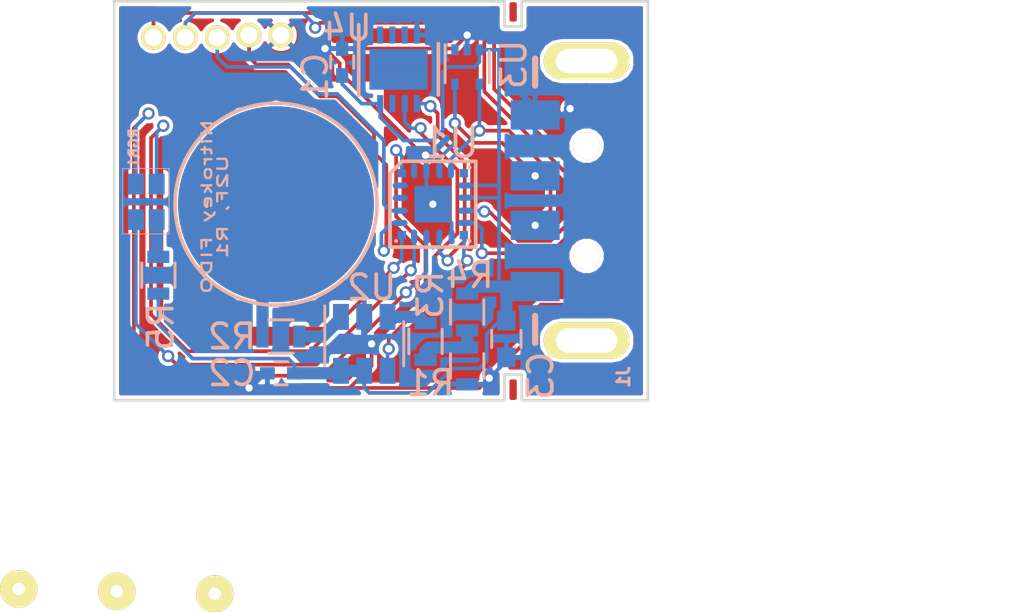
<source format=kicad_pcb>
(kicad_pcb (version 4) (host pcbnew 4.0.5)

  (general
    (links 42)
    (no_connects 0)
    (area 114.650469 90.818969 136.549531 107.199531)
    (thickness 1)
    (drawings 31)
    (tracks 299)
    (zones 0)
    (modules 23)
    (nets 20)
  )

  (page A4)
  (title_block
    (title "Nitrokey FIDO U2F")
    (date 2017-03-03)
    (rev R1)
    (company MikroStarTech)
    (comment 1 "Muhammad Atif Riaz")
  )

  (layers
    (0 Front signal)
    (31 Back signal)
    (32 B.Adhes user)
    (33 F.Adhes user)
    (34 B.Paste user)
    (35 F.Paste user)
    (36 B.SilkS user)
    (37 F.SilkS user)
    (38 B.Mask user)
    (39 F.Mask user)
    (40 Dwgs.User user)
    (41 Cmts.User user)
    (42 Eco1.User user)
    (43 Eco2.User user)
    (44 Edge.Cuts user)
  )

  (setup
    (last_trace_width 0.15)
    (user_trace_width 0.15)
    (user_trace_width 0.254)
    (user_trace_width 0.5)
    (user_trace_width 1)
    (user_trace_width 1.5)
    (user_trace_width 2.5)
    (user_trace_width 3)
    (user_trace_width 5)
    (trace_clearance 0.15)
    (zone_clearance 0.15)
    (zone_45_only yes)
    (trace_min 0.15)
    (segment_width 0.381)
    (edge_width 0.09906)
    (via_size 0.5)
    (via_drill 0.3)
    (via_min_size 0.5)
    (via_min_drill 0.3)
    (user_via 0.5 0.3)
    (user_via 0.6 0.4)
    (user_via 0.8 0.5)
    (uvia_size 0.50038)
    (uvia_drill 0.14986)
    (uvias_allowed no)
    (uvia_min_size 0.50038)
    (uvia_min_drill 0.14986)
    (pcb_text_width 0.3048)
    (pcb_text_size 1.524 2.032)
    (mod_edge_width 0.09906)
    (mod_text_size 1.524 1.524)
    (mod_text_width 0.3048)
    (pad_size 8 8)
    (pad_drill 0)
    (pad_to_mask_clearance 0.1524)
    (pad_to_paste_clearance_ratio -0.1)
    (aux_axis_origin 127 98.9965)
    (grid_origin 114.725 107.15)
    (visible_elements 7FFEFFEF)
    (pcbplotparams
      (layerselection 0x00030_80000001)
      (usegerberextensions true)
      (excludeedgelayer true)
      (linewidth 0.150000)
      (plotframeref false)
      (viasonmask false)
      (mode 1)
      (useauxorigin true)
      (hpglpennumber 1)
      (hpglpenspeed 20)
      (hpglpendiameter 15)
      (hpglpenoverlay 0)
      (psnegative false)
      (psa4output false)
      (plotreference true)
      (plotvalue true)
      (plotinvisibletext false)
      (padsonsilk false)
      (subtractmaskfromsilk false)
      (outputformat 1)
      (mirror false)
      (drillshape 0)
      (scaleselection 1)
      (outputdirectory ../gerber/))
  )

  (net 0 "")
  (net 1 GND)
  (net 2 /+5V)
  (net 3 /C2CK)
  (net 4 /C2D)
  (net 5 /HD+)
  (net 6 /HD-)
  (net 7 /Button)
  (net 8 /RX)
  (net 9 /TX)
  (net 10 "Net-(R1-Pad1)")
  (net 11 "Net-(P1-Pad1)")
  (net 12 "Net-(R2-Pad2)")
  (net 13 "Net-(R3-Pad2)")
  (net 14 /SDA)
  (net 15 /SCL)
  (net 16 "Net-(R5-Pad1)")
  (net 17 /LED_R)
  (net 18 /LED_G)
  (net 19 /LED_B)

  (net_class Default "This is the default net class."
    (clearance 0.15)
    (trace_width 0.15)
    (via_dia 0.5)
    (via_drill 0.3)
    (uvia_dia 0.50038)
    (uvia_drill 0.14986)
    (add_net /+5V)
    (add_net /Button)
    (add_net /C2CK)
    (add_net /C2D)
    (add_net /HD+)
    (add_net /HD-)
    (add_net /LED_B)
    (add_net /LED_G)
    (add_net /LED_R)
    (add_net /RX)
    (add_net /SCL)
    (add_net /SDA)
    (add_net /TX)
    (add_net "Net-(P1-Pad1)")
    (add_net "Net-(R1-Pad1)")
    (add_net "Net-(R2-Pad2)")
    (add_net "Net-(R3-Pad2)")
    (add_net "Net-(R5-Pad1)")
  )

  (net_class GND ""
    (clearance 0.15)
    (trace_width 0.15)
    (via_dia 0.5)
    (via_drill 0.3)
    (uvia_dia 0.50038)
    (uvia_drill 0.14986)
    (add_net GND)
  )

  (net_class VBUS ""
    (clearance 0.15)
    (trace_width 0.15)
    (via_dia 0.5)
    (via_drill 0.3)
    (uvia_dia 0.50038)
    (uvia_drill 0.14986)
  )

  (net_class VDD ""
    (clearance 0.15)
    (trace_width 0.15)
    (via_dia 0.5)
    (via_drill 0.3)
    (uvia_dia 0.50038)
    (uvia_drill 0.14986)
  )

  (module footprints:debug (layer Front) (tedit 58B905F1) (tstamp 58B45981)
    (at 117.625 92.35)
    (path /56A3F8D6)
    (fp_text reference C2CK1 (at -1.3 -3.9 90) (layer F.SilkS) hide
      (effects (font (size 1 1) (thickness 0.15)))
    )
    (fp_text value debug-pin (at 1.75 1.25) (layer F.Fab)
      (effects (font (size 1 1) (thickness 0.15)))
    )
    (pad 1 thru_hole circle (at 0 0) (size 1 1) (drill 0.7) (layers *.Cu *.Mask F.SilkS)
      (net 3 /C2CK))
  )

  (module footprints:debug (layer Front) (tedit 58B905EE) (tstamp 58B45986)
    (at 116.325 92.35)
    (path /56A3F90D)
    (fp_text reference C2D1 (at 1.4 -3.4 90) (layer F.SilkS) hide
      (effects (font (size 1 1) (thickness 0.15)))
    )
    (fp_text value debug-pin (at 1.75 1.25) (layer F.Fab)
      (effects (font (size 1 1) (thickness 0.15)))
    )
    (pad 1 thru_hole circle (at 0 0) (size 1 1) (drill 0.7) (layers *.Cu *.Mask F.SilkS)
      (net 4 /C2D))
  )

  (module Housings_DFN_QFN:DFN-8-1EP_3x3mm_Pitch0.5mm (layer Back) (tedit 58B9047D) (tstamp 58B4D3B8)
    (at 126.325 93.65 270)
    (descr "DD Package; 8-Lead Plastic DFN (3mm x 3mm) (see Linear Technology DFN_8_05-08-1698.pdf)")
    (tags "DFN 0.5")
    (path /56857313)
    (attr smd)
    (fp_text reference U4 (at -1.7 2.1 360) (layer B.SilkS)
      (effects (font (size 1 1) (thickness 0.15)) (justify mirror))
    )
    (fp_text value ATECC508A (at 0 -2.55 270) (layer B.Fab)
      (effects (font (size 1 1) (thickness 0.15)) (justify mirror))
    )
    (fp_line (start -0.5 1.5) (end 1.5 1.5) (layer B.Fab) (width 0.15))
    (fp_line (start 1.5 1.5) (end 1.5 -1.5) (layer B.Fab) (width 0.15))
    (fp_line (start 1.5 -1.5) (end -1.5 -1.5) (layer B.Fab) (width 0.15))
    (fp_line (start -1.5 -1.5) (end -1.5 0.5) (layer B.Fab) (width 0.15))
    (fp_line (start -1.5 0.5) (end -0.5 1.5) (layer B.Fab) (width 0.15))
    (fp_line (start -2 1.8) (end -2 -1.8) (layer B.CrtYd) (width 0.05))
    (fp_line (start 2 1.8) (end 2 -1.8) (layer B.CrtYd) (width 0.05))
    (fp_line (start -2 1.8) (end 2 1.8) (layer B.CrtYd) (width 0.05))
    (fp_line (start -2 -1.8) (end 2 -1.8) (layer B.CrtYd) (width 0.05))
    (fp_line (start -1.05 -1.625) (end 1.05 -1.625) (layer B.SilkS) (width 0.15))
    (fp_line (start -1.825 1.625) (end 1.05 1.625) (layer B.SilkS) (width 0.15))
    (pad 1 smd rect (at -1.4 0.75 270) (size 0.7 0.25) (layers Back B.Paste B.Mask))
    (pad 2 smd rect (at -1.4 0.25 270) (size 0.7 0.25) (layers Back B.Paste B.Mask))
    (pad 3 smd rect (at -1.4 -0.25 270) (size 0.7 0.25) (layers Back B.Paste B.Mask))
    (pad 4 smd rect (at -1.4 -0.75 270) (size 0.7 0.25) (layers Back B.Paste B.Mask)
      (net 1 GND))
    (pad 5 smd rect (at 1.4 -0.75 270) (size 0.7 0.25) (layers Back B.Paste B.Mask)
      (net 14 /SDA))
    (pad 6 smd rect (at 1.4 -0.25 270) (size 0.7 0.25) (layers Back B.Paste B.Mask)
      (net 15 /SCL))
    (pad 7 smd rect (at 1.4 0.25 270) (size 0.7 0.25) (layers Back B.Paste B.Mask))
    (pad 8 smd rect (at 1.4 0.75 270) (size 0.7 0.25) (layers Back B.Paste B.Mask)
      (net 2 /+5V))
    (pad 9 smd rect (at 0.415 -0.595 270) (size 0.83 1.19) (layers Back B.Paste B.Mask)
      (solder_paste_margin_ratio -0.2))
    (pad 9 smd rect (at 0.415 0.595 270) (size 0.83 1.19) (layers Back B.Paste B.Mask)
      (solder_paste_margin_ratio -0.2))
    (pad 9 smd rect (at -0.415 -0.595 270) (size 0.83 1.19) (layers Back B.Paste B.Mask)
      (solder_paste_margin_ratio -0.2))
    (pad 9 smd rect (at -0.415 0.595 270) (size 0.83 1.19) (layers Back B.Paste B.Mask)
      (solder_paste_margin_ratio -0.2))
    (model Housings_DFN_QFN.3dshapes/DFN-8-1EP_3x3mm_Pitch0.5mm.wrl
      (at (xyz 0 0 0))
      (scale (xyz 1 1 1))
      (rotate (xyz 0 0 0))
    )
  )

  (module footprints:TouchPad (layer Back) (tedit 58B904D2) (tstamp 58B4CD93)
    (at 121.325 99.15 270)
    (path /58B45501)
    (fp_text reference P1 (at -0.1 0 270) (layer B.SilkS) hide
      (effects (font (size 1 1) (thickness 0.15)) (justify mirror))
    )
    (fp_text value TouchPAD (at -1.27 5.08 270) (layer B.Fab)
      (effects (font (size 1 1) (thickness 0.15)) (justify mirror))
    )
    (fp_circle (center 0 0) (end -0.4 4.1) (layer B.SilkS) (width 0.15))
    (pad 1 smd oval (at 0 0 270) (size 8 8) (layers Back B.Mask)
      (net 11 "Net-(P1-Pad1)"))
  )

  (module footprints:USB-A-PLUG locked (layer Front) (tedit 58B79F02) (tstamp 58B4D169)
    (at 142.21142 99.41889)
    (descr "USB A PLUG Through Hole")
    (tags USB)
    (path /58B4C866)
    (fp_text reference J1 (at -6.71142 6.78111 90) (layer B.SilkS)
      (effects (font (size 0.5 0.5) (thickness 0.125)) (justify mirror))
    )
    (fp_text value USB_Plug (at 1.7921 -7.60336) (layer F.SilkS) hide
      (effects (font (thickness 0.3048)))
    )
    (fp_line (start -11.31316 -6.85546) (end -9.31164 -6.85546) (layer Cmts.User) (width 0.01016))
    (fp_line (start -11.31316 6.04266) (end -9.31164 6.04266) (layer Cmts.User) (width 0.01016))
    (fp_line (start -5.21208 5.59308) (end -5.21208 -6.40588) (layer Dwgs.User) (width 0.127))
    (fp_line (start -10.3124 -5.1054) (end -10.3124 -6.20522) (layer B.SilkS) (width 0.254))
    (fp_line (start -10.3124 4.2926) (end -10.3124 5.39242) (layer B.SilkS) (width 0.254))
    (fp_line (start -9.21258 5.59308) (end 9.5885 5.59308) (layer Dwgs.User) (width 0.09906))
    (fp_line (start 9.5885 5.59308) (end 9.5885 -6.40588) (layer Dwgs.User) (width 0.09906))
    (fp_line (start 9.5885 -6.40588) (end -9.21258 -6.40588) (layer Dwgs.User) (width 0.09906))
    (fp_line (start -9.21258 -6.40588) (end -9.21258 5.59308) (layer Dwgs.User) (width 0.09906))
    (fp_line (start -5.46354 5.34162) (end -5.46354 -6.0579) (layer Cmts.User) (width 0.01016))
    (pad 5 thru_hole oval (at -8.21182 -6.10616 180) (size 3.50012 1.50114) (drill oval 2.49936 1.00076) (layers *.Cu *.Mask F.SilkS))
    (pad 6 thru_hole oval (at -8.21182 5.29336 180) (size 3.50012 1.50114) (drill oval 2.49936 1.00076) (layers *.Cu *.Mask F.SilkS))
    (pad 2 smd rect (at -10.3124 0.59436 180) (size 1.99898 1.19888) (layers Back B.Paste B.Mask)
      (net 6 /HD-))
    (pad 3 smd rect (at -10.3124 -1.4224 180) (size 1.99898 1.19888) (layers Back B.Paste B.Mask)
      (net 5 /HD+))
    (pad 1 smd rect (at -10.3124 3.09372 180) (size 1.99898 1.19888) (layers Back B.Paste B.Mask)
      (net 2 /+5V))
    (pad 4 smd rect (at -10.3124 -3.90652 180) (size 1.99898 1.19888) (layers Back B.Paste B.Mask)
      (net 1 GND))
    (pad 7 thru_hole circle (at -8.21182 1.84404 180) (size 1.09982 1.09982) (drill 1.09982) (layers *.Cu *.Mask F.SilkS))
    (pad 8 thru_hole circle (at -8.21182 -2.65684 180) (size 1.09982 1.09982) (drill 1.09982) (layers *.Cu *.Mask F.SilkS))
    (model 3DLib/USB_A_SMD.wrl
      (at (xyz -0.005 0.015 -0.035))
      (scale (xyz 0.39 0.38 0.38))
      (rotate (xyz 90 0 90))
    )
  )

  (module Capacitors_SMD:C_0402 (layer Back) (tedit 58B90483) (tstamp 58B4596B)
    (at 124.025 93.35 90)
    (descr "Capacitor SMD 0402, reflow soldering, AVX (see smccp.pdf)")
    (tags "capacitor 0402")
    (path /58B4E061)
    (attr smd)
    (fp_text reference C1 (at -0.6 -1.1 90) (layer B.SilkS)
      (effects (font (size 1 1) (thickness 0.15)) (justify mirror))
    )
    (fp_text value 0.1uF (at 0 -1.27 90) (layer B.Fab)
      (effects (font (size 1 1) (thickness 0.15)) (justify mirror))
    )
    (fp_text user %R (at 0 1.27 90) (layer B.Fab)
      (effects (font (size 1 1) (thickness 0.15)) (justify mirror))
    )
    (fp_line (start -0.5 -0.25) (end -0.5 0.25) (layer B.Fab) (width 0.1))
    (fp_line (start 0.5 -0.25) (end -0.5 -0.25) (layer B.Fab) (width 0.1))
    (fp_line (start 0.5 0.25) (end 0.5 -0.25) (layer B.Fab) (width 0.1))
    (fp_line (start -0.5 0.25) (end 0.5 0.25) (layer B.Fab) (width 0.1))
    (fp_line (start 0.25 0.47) (end -0.25 0.47) (layer B.SilkS) (width 0.12))
    (fp_line (start -0.25 -0.47) (end 0.25 -0.47) (layer B.SilkS) (width 0.12))
    (fp_line (start -1 0.4) (end 1 0.4) (layer B.CrtYd) (width 0.05))
    (fp_line (start -1 0.4) (end -1 -0.4) (layer B.CrtYd) (width 0.05))
    (fp_line (start 1 -0.4) (end 1 0.4) (layer B.CrtYd) (width 0.05))
    (fp_line (start 1 -0.4) (end -1 -0.4) (layer B.CrtYd) (width 0.05))
    (pad 1 smd rect (at -0.55 0 90) (size 0.6 0.5) (layers Back B.Paste B.Mask)
      (net 2 /+5V))
    (pad 2 smd rect (at 0.55 0 90) (size 0.6 0.5) (layers Back B.Paste B.Mask)
      (net 1 GND))
    (model Capacitors_SMD.3dshapes/C_0402.wrl
      (at (xyz 0 0 0))
      (scale (xyz 1 1 1))
      (rotate (xyz 0 0 0))
    )
  )

  (module footprints:u2f-fiducial (layer Front) (tedit 571CE320) (tstamp 58B459C3)
    (at 110.825 114.85)
    (path /571C39BB)
    (fp_text reference F1 (at 0.1 -1.4) (layer F.SilkS) hide
      (effects (font (size 1 1) (thickness 0.15)))
    )
    (fp_text value u2f-fiducial (at 5.3848 -1.4986) (layer F.Fab)
      (effects (font (size 1 1) (thickness 0.15)))
    )
    (pad 1 thru_hole circle (at 0 0) (size 1.524 1.524) (drill 0.508) (layers *.Cu *.Mask F.SilkS)
      (solder_mask_margin 1.016) (clearance 1.016))
  )

  (module footprints:u2f-fiducial (layer Front) (tedit 571CE320) (tstamp 58B459C8)
    (at 118.825 115.05)
    (path /571C3A1E)
    (fp_text reference F2 (at 0.1 -1.4) (layer F.SilkS) hide
      (effects (font (size 1 1) (thickness 0.15)))
    )
    (fp_text value u2f-fiducial (at 5.3848 -1.4986) (layer F.Fab)
      (effects (font (size 1 1) (thickness 0.15)))
    )
    (pad 1 thru_hole circle (at 0 0) (size 1.524 1.524) (drill 0.508) (layers *.Cu *.Mask F.SilkS)
      (solder_mask_margin 1.016) (clearance 1.016))
  )

  (module footprints:u2f-fiducial (layer Front) (tedit 571CE320) (tstamp 58B459CD)
    (at 114.825 114.95)
    (path /571C3A85)
    (fp_text reference F3 (at 0.1 -1.4) (layer F.SilkS) hide
      (effects (font (size 1 1) (thickness 0.15)))
    )
    (fp_text value u2f-fiducial (at 5.3848 -1.4986) (layer F.Fab)
      (effects (font (size 1 1) (thickness 0.15)))
    )
    (pad 1 thru_hole circle (at 0 0) (size 1.524 1.524) (drill 0.508) (layers *.Cu *.Mask F.SilkS)
      (solder_mask_margin 1.016) (clearance 1.016))
  )

  (module footprints:debug (layer Front) (tedit 58B905E6) (tstamp 58B459D2)
    (at 121.525 92.25)
    (path /570602D3)
    (fp_text reference GND1 (at 0.2 -3.4 90) (layer F.SilkS) hide
      (effects (font (size 1 1) (thickness 0.15)))
    )
    (fp_text value debug-pin (at 1.75 1.25) (layer F.Fab)
      (effects (font (size 1 1) (thickness 0.15)))
    )
    (pad 1 thru_hole circle (at 0 0) (size 1 1) (drill 0.7) (layers *.Cu *.Mask F.SilkS)
      (net 1 GND))
  )

  (module Resistors_SMD:R_0603 (layer Back) (tedit 58B9041A) (tstamp 58B459E3)
    (at 129.125 105.75 270)
    (descr "Resistor SMD 0603, reflow soldering, Vishay (see dcrcw.pdf)")
    (tags "resistor 0603")
    (path /58B4C1B5)
    (attr smd)
    (fp_text reference R1 (at 0.7 1.5 360) (layer B.SilkS)
      (effects (font (size 1 1) (thickness 0.15)) (justify mirror))
    )
    (fp_text value 100K (at 0 -1.5 270) (layer B.Fab)
      (effects (font (size 1 1) (thickness 0.15)) (justify mirror))
    )
    (fp_text user %R (at 0 1.45 270) (layer B.Fab)
      (effects (font (size 1 1) (thickness 0.15)) (justify mirror))
    )
    (fp_line (start -0.8 -0.4) (end -0.8 0.4) (layer B.Fab) (width 0.1))
    (fp_line (start 0.8 -0.4) (end -0.8 -0.4) (layer B.Fab) (width 0.1))
    (fp_line (start 0.8 0.4) (end 0.8 -0.4) (layer B.Fab) (width 0.1))
    (fp_line (start -0.8 0.4) (end 0.8 0.4) (layer B.Fab) (width 0.1))
    (fp_line (start 0.5 -0.68) (end -0.5 -0.68) (layer B.SilkS) (width 0.12))
    (fp_line (start -0.5 0.68) (end 0.5 0.68) (layer B.SilkS) (width 0.12))
    (fp_line (start -1.25 0.7) (end 1.25 0.7) (layer B.CrtYd) (width 0.05))
    (fp_line (start -1.25 0.7) (end -1.25 -0.7) (layer B.CrtYd) (width 0.05))
    (fp_line (start 1.25 -0.7) (end 1.25 0.7) (layer B.CrtYd) (width 0.05))
    (fp_line (start 1.25 -0.7) (end -1.25 -0.7) (layer B.CrtYd) (width 0.05))
    (pad 1 smd rect (at -0.75 0 270) (size 0.5 0.9) (layers Back B.Paste B.Mask)
      (net 10 "Net-(R1-Pad1)"))
    (pad 2 smd rect (at 0.75 0 270) (size 0.5 0.9) (layers Back B.Paste B.Mask)
      (net 1 GND))
    (model Resistors_SMD.3dshapes/R_0603.wrl
      (at (xyz 0 0 0))
      (scale (xyz 1 1 1))
      (rotate (xyz 0 0 0))
    )
  )

  (module Resistors_SMD:R_0603 (layer Back) (tedit 58B903B0) (tstamp 58B459F4)
    (at 121.525 104.55)
    (descr "Resistor SMD 0603, reflow soldering, Vishay (see dcrcw.pdf)")
    (tags "resistor 0603")
    (path /58B46D59)
    (attr smd)
    (fp_text reference R2 (at -2 0) (layer B.SilkS)
      (effects (font (size 1 1) (thickness 0.15)) (justify mirror))
    )
    (fp_text value 4K7 (at 0 -1.5) (layer B.Fab)
      (effects (font (size 1 1) (thickness 0.15)) (justify mirror))
    )
    (fp_text user %R (at 0 1.45) (layer B.Fab)
      (effects (font (size 1 1) (thickness 0.15)) (justify mirror))
    )
    (fp_line (start -0.8 -0.4) (end -0.8 0.4) (layer B.Fab) (width 0.1))
    (fp_line (start 0.8 -0.4) (end -0.8 -0.4) (layer B.Fab) (width 0.1))
    (fp_line (start 0.8 0.4) (end 0.8 -0.4) (layer B.Fab) (width 0.1))
    (fp_line (start -0.8 0.4) (end 0.8 0.4) (layer B.Fab) (width 0.1))
    (fp_line (start 0.5 -0.68) (end -0.5 -0.68) (layer B.SilkS) (width 0.12))
    (fp_line (start -0.5 0.68) (end 0.5 0.68) (layer B.SilkS) (width 0.12))
    (fp_line (start -1.25 0.7) (end 1.25 0.7) (layer B.CrtYd) (width 0.05))
    (fp_line (start -1.25 0.7) (end -1.25 -0.7) (layer B.CrtYd) (width 0.05))
    (fp_line (start 1.25 -0.7) (end 1.25 0.7) (layer B.CrtYd) (width 0.05))
    (fp_line (start 1.25 -0.7) (end -1.25 -0.7) (layer B.CrtYd) (width 0.05))
    (pad 1 smd rect (at -0.75 0) (size 0.5 0.9) (layers Back B.Paste B.Mask)
      (net 11 "Net-(P1-Pad1)"))
    (pad 2 smd rect (at 0.75 0) (size 0.5 0.9) (layers Back B.Paste B.Mask)
      (net 12 "Net-(R2-Pad2)"))
    (model Resistors_SMD.3dshapes/R_0603.wrl
      (at (xyz 0 0 0))
      (scale (xyz 1 1 1))
      (rotate (xyz 0 0 0))
    )
  )

  (module Resistors_SMD:R_0603 (layer Back) (tedit 58B90428) (tstamp 58B45A05)
    (at 127.425 104.75 90)
    (descr "Resistor SMD 0603, reflow soldering, Vishay (see dcrcw.pdf)")
    (tags "resistor 0603")
    (path /58B4B268)
    (attr smd)
    (fp_text reference R3 (at 1.9 0.2 90) (layer B.SilkS)
      (effects (font (size 1 1) (thickness 0.15)) (justify mirror))
    )
    (fp_text value 10K (at 0 -1.5 90) (layer B.Fab)
      (effects (font (size 1 1) (thickness 0.15)) (justify mirror))
    )
    (fp_text user %R (at 0 1.45 90) (layer B.Fab)
      (effects (font (size 1 1) (thickness 0.15)) (justify mirror))
    )
    (fp_line (start -0.8 -0.4) (end -0.8 0.4) (layer B.Fab) (width 0.1))
    (fp_line (start 0.8 -0.4) (end -0.8 -0.4) (layer B.Fab) (width 0.1))
    (fp_line (start 0.8 0.4) (end 0.8 -0.4) (layer B.Fab) (width 0.1))
    (fp_line (start -0.8 0.4) (end 0.8 0.4) (layer B.Fab) (width 0.1))
    (fp_line (start 0.5 -0.68) (end -0.5 -0.68) (layer B.SilkS) (width 0.12))
    (fp_line (start -0.5 0.68) (end 0.5 0.68) (layer B.SilkS) (width 0.12))
    (fp_line (start -1.25 0.7) (end 1.25 0.7) (layer B.CrtYd) (width 0.05))
    (fp_line (start -1.25 0.7) (end -1.25 -0.7) (layer B.CrtYd) (width 0.05))
    (fp_line (start 1.25 -0.7) (end 1.25 0.7) (layer B.CrtYd) (width 0.05))
    (fp_line (start 1.25 -0.7) (end -1.25 -0.7) (layer B.CrtYd) (width 0.05))
    (pad 1 smd rect (at -0.75 0 90) (size 0.5 0.9) (layers Back B.Paste B.Mask)
      (net 10 "Net-(R1-Pad1)"))
    (pad 2 smd rect (at 0.75 0 90) (size 0.5 0.9) (layers Back B.Paste B.Mask)
      (net 13 "Net-(R3-Pad2)"))
    (model Resistors_SMD.3dshapes/R_0603.wrl
      (at (xyz 0 0 0))
      (scale (xyz 1 1 1))
      (rotate (xyz 0 0 0))
    )
  )

  (module Resistors_SMD:R_0603 (layer Back) (tedit 58B9040D) (tstamp 58B45A16)
    (at 129.125 103.55 270)
    (descr "Resistor SMD 0603, reflow soldering, Vishay (see dcrcw.pdf)")
    (tags "resistor 0603")
    (path /58B4C27F)
    (attr smd)
    (fp_text reference R4 (at -1.5 -0.1 360) (layer B.SilkS)
      (effects (font (size 1 1) (thickness 0.15)) (justify mirror))
    )
    (fp_text value 100K (at 0 -1.5 270) (layer B.Fab)
      (effects (font (size 1 1) (thickness 0.15)) (justify mirror))
    )
    (fp_text user %R (at 0 1.45 270) (layer B.Fab)
      (effects (font (size 1 1) (thickness 0.15)) (justify mirror))
    )
    (fp_line (start -0.8 -0.4) (end -0.8 0.4) (layer B.Fab) (width 0.1))
    (fp_line (start 0.8 -0.4) (end -0.8 -0.4) (layer B.Fab) (width 0.1))
    (fp_line (start 0.8 0.4) (end 0.8 -0.4) (layer B.Fab) (width 0.1))
    (fp_line (start -0.8 0.4) (end 0.8 0.4) (layer B.Fab) (width 0.1))
    (fp_line (start 0.5 -0.68) (end -0.5 -0.68) (layer B.SilkS) (width 0.12))
    (fp_line (start -0.5 0.68) (end 0.5 0.68) (layer B.SilkS) (width 0.12))
    (fp_line (start -1.25 0.7) (end 1.25 0.7) (layer B.CrtYd) (width 0.05))
    (fp_line (start -1.25 0.7) (end -1.25 -0.7) (layer B.CrtYd) (width 0.05))
    (fp_line (start 1.25 -0.7) (end 1.25 0.7) (layer B.CrtYd) (width 0.05))
    (fp_line (start 1.25 -0.7) (end -1.25 -0.7) (layer B.CrtYd) (width 0.05))
    (pad 1 smd rect (at -0.75 0 270) (size 0.5 0.9) (layers Back B.Paste B.Mask)
      (net 2 /+5V))
    (pad 2 smd rect (at 0.75 0 270) (size 0.5 0.9) (layers Back B.Paste B.Mask)
      (net 10 "Net-(R1-Pad1)"))
    (model Resistors_SMD.3dshapes/R_0603.wrl
      (at (xyz 0 0 0))
      (scale (xyz 1 1 1))
      (rotate (xyz 0 0 0))
    )
  )

  (module Resistors_SMD:R_0603 (layer Back) (tedit 58B90399) (tstamp 58B45A27)
    (at 116.525 102.05 270)
    (descr "Resistor SMD 0603, reflow soldering, Vishay (see dcrcw.pdf)")
    (tags "resistor 0603")
    (path /56857B9B)
    (attr smd)
    (fp_text reference R5 (at 2.1 -0.1 270) (layer B.SilkS)
      (effects (font (size 1 1) (thickness 0.15)) (justify mirror))
    )
    (fp_text value 100 (at 0 -1.5 270) (layer B.Fab)
      (effects (font (size 1 1) (thickness 0.15)) (justify mirror))
    )
    (fp_text user %R (at 0 1.45 270) (layer B.Fab)
      (effects (font (size 1 1) (thickness 0.15)) (justify mirror))
    )
    (fp_line (start -0.8 -0.4) (end -0.8 0.4) (layer B.Fab) (width 0.1))
    (fp_line (start 0.8 -0.4) (end -0.8 -0.4) (layer B.Fab) (width 0.1))
    (fp_line (start 0.8 0.4) (end 0.8 -0.4) (layer B.Fab) (width 0.1))
    (fp_line (start -0.8 0.4) (end 0.8 0.4) (layer B.Fab) (width 0.1))
    (fp_line (start 0.5 -0.68) (end -0.5 -0.68) (layer B.SilkS) (width 0.12))
    (fp_line (start -0.5 0.68) (end 0.5 0.68) (layer B.SilkS) (width 0.12))
    (fp_line (start -1.25 0.7) (end 1.25 0.7) (layer B.CrtYd) (width 0.05))
    (fp_line (start -1.25 0.7) (end -1.25 -0.7) (layer B.CrtYd) (width 0.05))
    (fp_line (start 1.25 -0.7) (end 1.25 0.7) (layer B.CrtYd) (width 0.05))
    (fp_line (start 1.25 -0.7) (end -1.25 -0.7) (layer B.CrtYd) (width 0.05))
    (pad 1 smd rect (at -0.75 0 270) (size 0.5 0.9) (layers Back B.Paste B.Mask)
      (net 16 "Net-(R5-Pad1)"))
    (pad 2 smd rect (at 0.75 0 270) (size 0.5 0.9) (layers Back B.Paste B.Mask)
      (net 2 /+5V))
    (model Resistors_SMD.3dshapes/R_0603.wrl
      (at (xyz 0 0 0))
      (scale (xyz 1 1 1))
      (rotate (xyz 0 0 0))
    )
  )

  (module footprints:LED-0606 (layer Back) (tedit 58B903A0) (tstamp 58B45A55)
    (at 116.025 99.05 180)
    (path /5686DEFD)
    (attr smd)
    (fp_text reference RGB1 (at 0.5 2.2 270) (layer B.SilkS)
      (effects (font (size 0.4 0.4) (thickness 0.1)) (justify mirror))
    )
    (fp_text value CA_RGB (at 0.0145 -1.70824 180) (layer B.Fab) hide
      (effects (font (size 0.4 0.4) (thickness 0.1)) (justify mirror))
    )
    (fp_line (start -0.938 1.355) (end 0.967 1.355) (layer B.SilkS) (width 0.03))
    (fp_line (start 0.967 1.355) (end 0.967 -1.312) (layer B.SilkS) (width 0.03))
    (fp_line (start 0.967 -1.312) (end -0.938 -1.312) (layer B.SilkS) (width 0.03))
    (fp_line (start -0.938 -1.312) (end -0.938 1.355) (layer B.SilkS) (width 0.03))
    (pad 1 smd rect (at -0.43 0.72 180) (size 0.65 0.85) (layers Back B.Paste B.Mask)
      (net 17 /LED_R))
    (pad 2 smd rect (at 0.42 0.72 180) (size 0.65 0.85) (layers Back B.Paste B.Mask)
      (net 18 /LED_G))
    (pad 3 smd rect (at 0.42 -0.73 180) (size 0.65 0.85) (layers Back B.Paste B.Mask)
      (net 19 /LED_B))
    (pad 4 smd rect (at -0.43 -0.73 180) (size 0.65 0.85) (layers Back B.Paste B.Mask)
      (net 16 "Net-(R5-Pad1)"))
  )

  (module footprints:debug (layer Front) (tedit 58B905E9) (tstamp 58B45A5A)
    (at 120.225 92.25)
    (path /56A3F89E)
    (fp_text reference RX1 (at 0.2 -2.9 90) (layer F.SilkS) hide
      (effects (font (size 1 1) (thickness 0.15)))
    )
    (fp_text value debug-pin (at 1.75 1.25) (layer F.Fab)
      (effects (font (size 1 1) (thickness 0.15)))
    )
    (pad 1 thru_hole circle (at 0 0) (size 1 1) (drill 0.7) (layers *.Cu *.Mask F.SilkS)
      (net 8 /RX))
  )

  (module footprints:debug (layer Front) (tedit 58B905EC) (tstamp 58B45A5F)
    (at 118.925 92.35)
    (path /56A3F7EB)
    (fp_text reference TX1 (at 0.2 -2.9 90) (layer F.SilkS) hide
      (effects (font (size 1 1) (thickness 0.15)))
    )
    (fp_text value debug-pin (at 1.75 1.25) (layer F.Fab)
      (effects (font (size 1 1) (thickness 0.15)))
    )
    (pad 1 thru_hole circle (at 0 0) (size 1 1) (drill 0.7) (layers *.Cu *.Mask F.SilkS)
      (net 9 /TX))
  )

  (module TO_SOT_Packages_SMD:SOT-23-6 (layer Back) (tedit 58B903EC) (tstamp 58B4CD9D)
    (at 124.925 104.85 270)
    (descr "6-pin SOT-23 package")
    (tags SOT-23-6)
    (path /58B45395)
    (attr smd)
    (fp_text reference U2 (at -2.3 -0.3 540) (layer B.SilkS)
      (effects (font (size 1 1) (thickness 0.15)) (justify mirror))
    )
    (fp_text value MTCH101 (at 0 -2.9 270) (layer B.Fab)
      (effects (font (size 1 1) (thickness 0.15)) (justify mirror))
    )
    (fp_line (start -0.9 -1.61) (end 0.9 -1.61) (layer B.SilkS) (width 0.12))
    (fp_line (start 0.9 1.61) (end -1.55 1.61) (layer B.SilkS) (width 0.12))
    (fp_line (start 1.9 1.8) (end -1.9 1.8) (layer B.CrtYd) (width 0.05))
    (fp_line (start 1.9 -1.8) (end 1.9 1.8) (layer B.CrtYd) (width 0.05))
    (fp_line (start -1.9 -1.8) (end 1.9 -1.8) (layer B.CrtYd) (width 0.05))
    (fp_line (start -1.9 1.8) (end -1.9 -1.8) (layer B.CrtYd) (width 0.05))
    (fp_line (start -0.9 0.9) (end -0.25 1.55) (layer B.Fab) (width 0.1))
    (fp_line (start 0.9 1.55) (end -0.25 1.55) (layer B.Fab) (width 0.1))
    (fp_line (start -0.9 0.9) (end -0.9 -1.55) (layer B.Fab) (width 0.1))
    (fp_line (start 0.9 -1.55) (end -0.9 -1.55) (layer B.Fab) (width 0.1))
    (fp_line (start 0.9 1.55) (end 0.9 -1.55) (layer B.Fab) (width 0.1))
    (pad 1 smd rect (at -1.1 0.95 270) (size 1.06 0.65) (layers Back B.Paste B.Mask)
      (net 12 "Net-(R2-Pad2)"))
    (pad 2 smd rect (at -1.1 0 270) (size 1.06 0.65) (layers Back B.Paste B.Mask)
      (net 1 GND))
    (pad 3 smd rect (at -1.1 -0.95 270) (size 1.06 0.65) (layers Back B.Paste B.Mask)
      (net 13 "Net-(R3-Pad2)"))
    (pad 4 smd rect (at 1.1 -0.95 270) (size 1.06 0.65) (layers Back B.Paste B.Mask)
      (net 7 /Button))
    (pad 6 smd rect (at 1.1 0.95 270) (size 1.06 0.65) (layers Back B.Paste B.Mask)
      (net 2 /+5V))
    (pad 5 smd rect (at 1.1 0 270) (size 1.06 0.65) (layers Back B.Paste B.Mask)
      (net 2 /+5V))
    (model TO_SOT_Packages_SMD.3dshapes/SOT-23-6.wrl
      (at (xyz 0 0 0))
      (scale (xyz 1 1 1))
      (rotate (xyz 0 0 0))
    )
  )

  (module Capacitors_SMD:C_0402 (layer Back) (tedit 58B903F2) (tstamp 58B4CEB1)
    (at 121.525 106.05 180)
    (descr "Capacitor SMD 0402, reflow soldering, AVX (see smccp.pdf)")
    (tags "capacitor 0402")
    (path /56857DEB)
    (attr smd)
    (fp_text reference C2 (at 2 0 180) (layer B.SilkS)
      (effects (font (size 1 1) (thickness 0.15)) (justify mirror))
    )
    (fp_text value 0.1uF (at 0 -1.27 180) (layer B.Fab)
      (effects (font (size 1 1) (thickness 0.15)) (justify mirror))
    )
    (fp_text user %R (at 0 1.27 180) (layer B.Fab)
      (effects (font (size 1 1) (thickness 0.15)) (justify mirror))
    )
    (fp_line (start -0.5 -0.25) (end -0.5 0.25) (layer B.Fab) (width 0.1))
    (fp_line (start 0.5 -0.25) (end -0.5 -0.25) (layer B.Fab) (width 0.1))
    (fp_line (start 0.5 0.25) (end 0.5 -0.25) (layer B.Fab) (width 0.1))
    (fp_line (start -0.5 0.25) (end 0.5 0.25) (layer B.Fab) (width 0.1))
    (fp_line (start 0.25 0.47) (end -0.25 0.47) (layer B.SilkS) (width 0.12))
    (fp_line (start -0.25 -0.47) (end 0.25 -0.47) (layer B.SilkS) (width 0.12))
    (fp_line (start -1 0.4) (end 1 0.4) (layer B.CrtYd) (width 0.05))
    (fp_line (start -1 0.4) (end -1 -0.4) (layer B.CrtYd) (width 0.05))
    (fp_line (start 1 -0.4) (end 1 0.4) (layer B.CrtYd) (width 0.05))
    (fp_line (start 1 -0.4) (end -1 -0.4) (layer B.CrtYd) (width 0.05))
    (pad 1 smd rect (at -0.55 0 180) (size 0.6 0.5) (layers Back B.Paste B.Mask)
      (net 2 /+5V))
    (pad 2 smd rect (at 0.55 0 180) (size 0.6 0.5) (layers Back B.Paste B.Mask)
      (net 1 GND))
    (model Capacitors_SMD.3dshapes/C_0402.wrl
      (at (xyz 0 0 0))
      (scale (xyz 1 1 1))
      (rotate (xyz 0 0 0))
    )
  )

  (module Capacitors_SMD:C_0603 (layer Back) (tedit 58B90606) (tstamp 58B4CEB6)
    (at 130.725 104.65 90)
    (descr "Capacitor SMD 0603, reflow soldering, AVX (see smccp.pdf)")
    (tags "capacitor 0603")
    (path /56857E44)
    (attr smd)
    (fp_text reference C3 (at -1.5 1.4 90) (layer B.SilkS)
      (effects (font (size 1 1) (thickness 0.15)) (justify mirror))
    )
    (fp_text value 4.7uF (at 0 -1.5 90) (layer B.Fab)
      (effects (font (size 1 1) (thickness 0.15)) (justify mirror))
    )
    (fp_text user %R (at 0 1.5 90) (layer B.Fab)
      (effects (font (size 1 1) (thickness 0.15)) (justify mirror))
    )
    (fp_line (start -0.8 -0.4) (end -0.8 0.4) (layer B.Fab) (width 0.1))
    (fp_line (start 0.8 -0.4) (end -0.8 -0.4) (layer B.Fab) (width 0.1))
    (fp_line (start 0.8 0.4) (end 0.8 -0.4) (layer B.Fab) (width 0.1))
    (fp_line (start -0.8 0.4) (end 0.8 0.4) (layer B.Fab) (width 0.1))
    (fp_line (start -0.35 0.6) (end 0.35 0.6) (layer B.SilkS) (width 0.12))
    (fp_line (start 0.35 -0.6) (end -0.35 -0.6) (layer B.SilkS) (width 0.12))
    (fp_line (start -1.4 0.65) (end 1.4 0.65) (layer B.CrtYd) (width 0.05))
    (fp_line (start -1.4 0.65) (end -1.4 -0.65) (layer B.CrtYd) (width 0.05))
    (fp_line (start 1.4 -0.65) (end 1.4 0.65) (layer B.CrtYd) (width 0.05))
    (fp_line (start 1.4 -0.65) (end -1.4 -0.65) (layer B.CrtYd) (width 0.05))
    (pad 1 smd rect (at -0.75 0 90) (size 0.8 0.75) (layers Back B.Paste B.Mask)
      (net 1 GND))
    (pad 2 smd rect (at 0.75 0 90) (size 0.8 0.75) (layers Back B.Paste B.Mask)
      (net 2 /+5V))
    (model Capacitors_SMD.3dshapes/C_0603.wrl
      (at (xyz 0 0 0))
      (scale (xyz 1 1 1))
      (rotate (xyz 0 0 0))
    )
  )

  (module footprints:QFN-20-0.5mm-user (layer Back) (tedit 58B904AD) (tstamp 58B4D182)
    (at 127.725 99.15 270)
    (path /58B4B07B)
    (fp_text reference U1 (at -2.5 -0.7 360) (layer B.SilkS)
      (effects (font (size 1.2 1.2) (thickness 0.15)) (justify mirror))
    )
    (fp_text value EFM8UB1xFxxG-QFN20 (at 0 -3.005 270) (layer B.Fab)
      (effects (font (size 1.2 1.2) (thickness 0.15)) (justify mirror))
    )
    (fp_line (start 1.75 1.75) (end -1.25 1.75) (layer B.SilkS) (width 0.15))
    (fp_line (start -1.25 1.75) (end -1.75 1.25) (layer B.SilkS) (width 0.15))
    (fp_line (start -1.75 1.25) (end -1.75 -1.75) (layer B.SilkS) (width 0.15))
    (fp_line (start -1.75 -1.75) (end 1.75 -1.75) (layer B.SilkS) (width 0.15))
    (fp_line (start 1.75 -1.75) (end 1.75 1.75) (layer B.SilkS) (width 0.15))
    (fp_line (start -1.5 1.5) (end -1.5 1.5) (layer B.SilkS) (width 0.15))
    (fp_line (start 1.5 1.5) (end 1.5 1.5) (layer B.SilkS) (width 0.15))
    (fp_line (start 1.5 1.5) (end 1.5 1.5) (layer B.SilkS) (width 0.15))
    (fp_line (start -1.5 -1.5) (end -1.5 -1.5) (layer B.SilkS) (width 0.15))
    (fp_line (start -1.5 -1.5) (end -1.5 -1.5) (layer B.SilkS) (width 0.15))
    (fp_line (start 1.5 -1.5) (end 1.5 -1.5) (layer B.SilkS) (width 0.15))
    (fp_line (start 1.5 -1.5) (end 1.5 -1.5) (layer B.SilkS) (width 0.15))
    (pad 1 smd rect (at -1.265 1.265 180) (size 0.34 0.34) (layers Back B.Paste B.Mask)
      (net 7 /Button))
    (pad 2 smd oval (at -1.355 0.765 180) (size 0.25 0.61) (layers Back B.Paste B.Mask))
    (pad 3 smd oval (at -1.355 0.265 180) (size 0.25 0.61) (layers Back B.Paste B.Mask)
      (net 1 GND))
    (pad 4 smd oval (at -1.355 -0.265 180) (size 0.25 0.61) (layers Back B.Paste B.Mask)
      (net 5 /HD+))
    (pad 5 smd oval (at -1.355 -0.735 180) (size 0.25 0.61) (layers Back B.Paste B.Mask)
      (net 6 /HD-))
    (pad 6 smd rect (at -1.265 -1.265 270) (size 0.34 0.34) (layers Back B.Paste B.Mask))
    (pad 7 smd oval (at -0.765 -1.335 270) (size 0.25 0.61) (layers Back B.Paste B.Mask)
      (net 2 /+5V))
    (pad 8 smd oval (at -0.265 -1.335 270) (size 0.25 0.61) (layers Back B.Paste B.Mask)
      (net 2 /+5V))
    (pad 9 smd oval (at 0.265 -1.335 270) (size 0.25 0.61) (layers Back B.Paste B.Mask)
      (net 3 /C2CK))
    (pad 10 smd oval (at 0.765 -1.335 270) (size 0.25 0.61) (layers Back B.Paste B.Mask)
      (net 4 /C2D))
    (pad 11 smd rect (at 1.265 -1.265 180) (size 0.34 0.34) (layers Back B.Paste B.Mask)
      (net 15 /SCL))
    (pad 12 smd oval (at 1.335 -0.765 180) (size 0.25 0.61) (layers Back B.Paste B.Mask)
      (net 1 GND))
    (pad 13 smd oval (at 1.335 -0.265 180) (size 0.25 0.61) (layers Back B.Paste B.Mask)
      (net 14 /SDA))
    (pad 14 smd oval (at 1.335 0.265 180) (size 0.25 0.61) (layers Back B.Paste B.Mask)
      (net 18 /LED_G))
    (pad 15 smd oval (at 1.335 0.765 180) (size 0.25 0.61) (layers Back B.Paste B.Mask)
      (net 19 /LED_B))
    (pad 16 smd rect (at 1.265 1.265 270) (size 0.34 0.34) (layers Back B.Paste B.Mask)
      (net 17 /LED_R))
    (pad 17 smd oval (at 0.765 1.335 270) (size 0.25 0.61) (layers Back B.Paste B.Mask)
      (net 8 /RX))
    (pad 18 smd oval (at 0.265 1.335 270) (size 0.25 0.61) (layers Back B.Paste B.Mask)
      (net 9 /TX))
    (pad 19 smd oval (at -0.256 1.335 270) (size 0.25 0.61) (layers Back B.Paste B.Mask))
    (pad 20 smd oval (at -0.765 1.335 270) (size 0.25 0.61) (layers Back B.Paste B.Mask))
    (pad 21 smd rect (at 0 0 270) (size 1.5 1.5) (layers Back B.Paste B.Mask)
      (net 1 GND))
  )

  (module TO_SOT_Packages_SMD:SOT-553 (layer Back) (tedit 58B90489) (tstamp 58B4D3A8)
    (at 129.125 93.55 270)
    (descr SOT553)
    (path /56857EAF)
    (attr smd)
    (fp_text reference U3 (at -0.1 -1.9 270) (layer B.SilkS)
      (effects (font (size 1 1) (thickness 0.15)) (justify mirror))
    )
    (fp_text value DF5A5.6JE (at 0 -1.75 270) (layer B.Fab)
      (effects (font (size 1 1) (thickness 0.15)) (justify mirror))
    )
    (fp_line (start -0.65 0.5) (end -0.3 0.85) (layer B.Fab) (width 0.1))
    (fp_line (start 0.65 -0.9) (end -0.65 -0.9) (layer B.SilkS) (width 0.12))
    (fp_line (start -0.9 0.9) (end 0.65 0.9) (layer B.SilkS) (width 0.12))
    (fp_line (start -0.65 0.5) (end -0.65 -0.85) (layer B.Fab) (width 0.1))
    (fp_line (start -0.65 -0.85) (end 0.65 -0.85) (layer B.Fab) (width 0.1))
    (fp_line (start 0.65 -0.85) (end 0.65 0.85) (layer B.Fab) (width 0.1))
    (fp_line (start 0.65 0.85) (end -0.3 0.85) (layer B.Fab) (width 0.1))
    (fp_line (start -1.18 1.1) (end 1.18 1.1) (layer B.CrtYd) (width 0.05))
    (fp_line (start -1.18 1.1) (end -1.18 -1.1) (layer B.CrtYd) (width 0.05))
    (fp_line (start 1.18 -1.1) (end 1.18 1.1) (layer B.CrtYd) (width 0.05))
    (fp_line (start 1.18 -1.1) (end -1.18 -1.1) (layer B.CrtYd) (width 0.05))
    (pad 1 smd rect (at -0.7 0.5 270) (size 0.45 0.3) (layers Back B.Paste B.Mask))
    (pad 3 smd rect (at -0.7 -0.5 270) (size 0.45 0.3) (layers Back B.Paste B.Mask)
      (net 2 /+5V))
    (pad 5 smd rect (at 0.7 0.5 270) (size 0.45 0.3) (layers Back B.Paste B.Mask)
      (net 5 /HD+))
    (pad 2 smd rect (at -0.7 0 270) (size 0.45 0.3) (layers Back B.Paste B.Mask)
      (net 1 GND))
    (pad 4 smd rect (at 0.7 -0.5 270) (size 0.45 0.3) (layers Back B.Paste B.Mask)
      (net 6 /HD-))
    (model TO_SOT_Packages_SMD.3dshapes/SOT-553.wrl
      (at (xyz 0 0 0))
      (scale (xyz 0.77 0.65 0.7))
      (rotate (xyz 0 0 90))
    )
  )

  (gr_line (start 127.508 90.8685) (end 125.476 90.8685) (angle 90) (layer Edge.Cuts) (width 0.09906) (tstamp 58B45AD4))
  (gr_line (start 131.35 107.1) (end 131.35 106.1) (angle 90) (layer Edge.Cuts) (width 0.09906) (tstamp 58B45AD3))
  (gr_line (start 131.35 106.1) (end 130.65 106.1) (angle 90) (layer Edge.Cuts) (width 0.09906) (tstamp 58B45AD2))
  (gr_line (start 130.65 106.1) (end 130.65 107.1) (angle 90) (layer Edge.Cuts) (width 0.09906) (tstamp 58B45AD1))
  (gr_line (start 130.65 107.15) (end 114.7 107.15) (angle 90) (layer Edge.Cuts) (width 0.09906) (tstamp 58B45ACF))
  (gr_line (start 131.35 90.9) (end 131.35 91.9) (angle 90) (layer Edge.Cuts) (width 0.09906) (tstamp 58B45ACE))
  (gr_line (start 131.35 91.9) (end 130.65 91.9) (angle 90) (layer Edge.Cuts) (width 0.09906) (tstamp 58B45ACD))
  (gr_line (start 130.65 91.9) (end 130.65 90.9) (angle 90) (layer Edge.Cuts) (width 0.09906) (tstamp 58B45ACC))
  (gr_line (start 130.65 90.875) (end 114.7 90.875) (angle 90) (layer Edge.Cuts) (width 0.09906) (tstamp 58B45ACB))
  (gr_line (start 115.275 90.875) (end 115.225 90.875) (angle 90) (layer Edge.Cuts) (width 0.09906) (tstamp 58B45AC9))
  (gr_line (start 114.725 90.875) (end 114.725 107.15) (angle 90) (layer Edge.Cuts) (width 0.09906) (tstamp 58B45AC8))
  (gr_line (start 115.225 107.15) (end 115.325 107.15) (angle 90) (layer Edge.Cuts) (width 0.09906) (tstamp 58B45AC7))
  (gr_line (start 115.225 107.15) (end 115.325 107.15) (angle 90) (layer Edge.Cuts) (width 0.09906))
  (gr_line (start 114.725 90.875) (end 114.725 107.15) (angle 90) (layer Edge.Cuts) (width 0.09906))
  (gr_line (start 115.275 90.875) (end 115.225 90.875) (angle 90) (layer Edge.Cuts) (width 0.09906))
  (gr_line (start 130.65 90.875) (end 114.7 90.875) (angle 90) (layer Edge.Cuts) (width 0.09906))
  (gr_line (start 130.65 91.9) (end 130.65 90.9) (angle 90) (layer Edge.Cuts) (width 0.09906))
  (gr_line (start 131.35 91.9) (end 130.65 91.9) (angle 90) (layer Edge.Cuts) (width 0.09906))
  (gr_line (start 131.35 90.9) (end 131.35 91.9) (angle 90) (layer Edge.Cuts) (width 0.09906))
  (gr_line (start 130.65 107.15) (end 114.7 107.15) (angle 90) (layer Edge.Cuts) (width 0.09906) (tstamp 54B793A1))
  (gr_line (start 130.65 106.1) (end 130.65 107.1) (angle 90) (layer Edge.Cuts) (width 0.09906))
  (gr_line (start 131.35 106.1) (end 130.65 106.1) (angle 90) (layer Edge.Cuts) (width 0.09906) (tstamp 54B7939E))
  (gr_line (start 131.35 107.1) (end 131.35 106.1) (angle 90) (layer Edge.Cuts) (width 0.09906))
  (gr_line (start 127.508 90.8685) (end 125.476 90.8685) (angle 90) (layer Edge.Cuts) (width 0.09906))
  (gr_line (start 136.4996 107.1245) (end 136.4996 90.8685) (angle 90) (layer Edge.Cuts) (width 0.09906) (tstamp 58B45AD5))
  (gr_line (start 131.35 107.15) (end 136.5 107.15) (angle 90) (layer Edge.Cuts) (width 0.09906) (tstamp 58B45AD0))
  (gr_line (start 131.35 90.875) (end 136.5 90.875) (angle 90) (layer Edge.Cuts) (width 0.09906) (tstamp 58B45ACA))
  (gr_text "Nitrokey FIDO\nU2F, R1" (at 118.825 99.25 90) (layer B.SilkS) (tstamp 553E7B64)
    (effects (font (size 0.39878 0.7) (thickness 0.09906)) (justify mirror))
  )
  (gr_line (start 131.35 90.875) (end 136.5 90.875) (angle 90) (layer Edge.Cuts) (width 0.09906))
  (gr_line (start 131.35 107.15) (end 136.5 107.15) (angle 90) (layer Edge.Cuts) (width 0.09906))
  (gr_line (start 136.4996 107.1245) (end 136.4996 90.8685) (angle 90) (layer Edge.Cuts) (width 0.09906))

  (segment (start 135.525 97.55) (end 135.525 96.35) (width 0.15) (layer Front) (net 1))
  (via (at 133.325 95.25) (size 0.5) (drill 0.3) (layers Front Back) (net 1))
  (segment (start 134.425 95.25) (end 133.325 95.25) (width 0.15) (layer Front) (net 1) (tstamp 58B7AEA6))
  (segment (start 135.525 96.35) (end 134.425 95.25) (width 0.15) (layer Front) (net 1) (tstamp 58B7AEA4))
  (segment (start 131.625 104.65) (end 131.625 103.75) (width 0.15) (layer Front) (net 1))
  (segment (start 131.575 104.7) (end 131.625 104.65) (width 0.15) (layer Front) (net 1) (tstamp 58B7AE97))
  (segment (start 130.025 106.25) (end 131.575 104.7) (width 0.15) (layer Front) (net 1))
  (segment (start 135.525 102.45) (end 135.525 97.55) (width 0.15) (layer Front) (net 1) (tstamp 58B7AE9D))
  (segment (start 135.525 97.55) (end 135.525 97.45) (width 0.15) (layer Front) (net 1) (tstamp 58B7AEA2))
  (segment (start 134.725 103.25) (end 135.525 102.45) (width 0.15) (layer Front) (net 1) (tstamp 58B7AE9C))
  (segment (start 132.125 103.25) (end 134.725 103.25) (width 0.15) (layer Front) (net 1) (tstamp 58B7AE9B))
  (segment (start 131.625 103.75) (end 132.125 103.25) (width 0.15) (layer Front) (net 1) (tstamp 58B7AE9A))
  (segment (start 124.325 106.65) (end 129.625 106.65) (width 0.15) (layer Front) (net 1))
  (via (at 130.025 106.25) (size 0.5) (drill 0.3) (layers Front Back) (net 1))
  (segment (start 129.625 106.65) (end 130.025 106.25) (width 0.15) (layer Front) (net 1) (tstamp 58B7AE85))
  (segment (start 120.225 106.65) (end 124.325 106.65) (width 0.15) (layer Front) (net 1))
  (via (at 120.225 106.65) (size 0.5) (drill 0.3) (layers Front Back) (net 1))
  (segment (start 120.825 106.05) (end 120.225 106.65) (width 0.254) (layer Back) (net 1) (tstamp 58B7AD71))
  (segment (start 124.925 104.55) (end 125.225 104.85) (width 0.254) (layer Back) (net 1) (tstamp 58B7AD87))
  (via (at 125.225 104.85) (size 0.5) (drill 0.3) (layers Front Back) (net 1))
  (segment (start 124.925 104.55) (end 124.925 103.75) (width 0.254) (layer Back) (net 1))
  (segment (start 125.225 105.75) (end 125.225 104.85) (width 0.15) (layer Front) (net 1) (tstamp 58B7AE80))
  (segment (start 124.325 106.65) (end 125.225 105.75) (width 0.15) (layer Front) (net 1) (tstamp 58B7AE7D))
  (segment (start 123.325 92.8) (end 128.575 92.8) (width 0.15) (layer Front) (net 1))
  (via (at 129.125 92.25) (size 0.5) (drill 0.3) (layers Front Back) (net 1))
  (segment (start 128.575 92.8) (end 129.125 92.25) (width 0.15) (layer Front) (net 1) (tstamp 58B7AE51))
  (segment (start 126.625 96.45) (end 123.925 93.75) (width 0.15) (layer Front) (net 1))
  (segment (start 127.325 97.15) (end 126.625 96.45) (width 0.15) (layer Front) (net 1) (tstamp 58B7AE34))
  (segment (start 127.46 97.795) (end 127.46 97.185) (width 0.15) (layer Back) (net 1))
  (via (at 127.425 97.15) (size 0.5) (drill 0.3) (layers Front Back) (net 1))
  (segment (start 127.46 97.185) (end 127.425 97.15) (width 0.15) (layer Back) (net 1) (tstamp 58B7AE2B))
  (segment (start 127.425 97.15) (end 127.325 97.15) (width 0.15) (layer Front) (net 1))
  (segment (start 123.925 93.4) (end 123.325 92.8) (width 0.15) (layer Front) (net 1) (tstamp 58B7AE43))
  (segment (start 123.925 93.75) (end 123.925 93.4) (width 0.15) (layer Front) (net 1) (tstamp 58B7AE41))
  (segment (start 130.725 105.4) (end 131.575 105.4) (width 0.15) (layer Back) (net 1))
  (segment (start 131.575 105.4) (end 132.325 106.15) (width 0.15) (layer Back) (net 1) (tstamp 58B7ADB6))
  (segment (start 132.325 106.15) (end 135.625 106.15) (width 0.15) (layer Back) (net 1) (tstamp 58B7ADB7))
  (segment (start 135.625 106.15) (end 136.125 105.65) (width 0.15) (layer Back) (net 1) (tstamp 58B7ADB9))
  (segment (start 136.125 105.65) (end 136.125 96.85) (width 0.15) (layer Back) (net 1) (tstamp 58B7ADBA))
  (segment (start 136.125 96.85) (end 134.525 95.25) (width 0.15) (layer Back) (net 1) (tstamp 58B7ADBD))
  (segment (start 134.525 95.25) (end 133.325 95.25) (width 0.15) (layer Back) (net 1) (tstamp 58B7ADC0))
  (segment (start 133.06263 95.51237) (end 133.325 95.25) (width 0.254) (layer Back) (net 1) (tstamp 58B7AD13))
  (segment (start 133.06263 95.51237) (end 131.89902 95.51237) (width 0.254) (layer Back) (net 1))
  (segment (start 129.125 106.5) (end 129.775 106.5) (width 0.15) (layer Back) (net 1))
  (segment (start 129.775 106.5) (end 130.025 106.25) (width 0.15) (layer Back) (net 1) (tstamp 58B7ADAD))
  (segment (start 130.025 106.25) (end 130.725 105.55) (width 0.15) (layer Back) (net 1) (tstamp 58B7AE8B))
  (segment (start 130.725 105.55) (end 130.725 105.4) (width 0.15) (layer Back) (net 1) (tstamp 58B7ADAE))
  (segment (start 120.975 106.05) (end 120.825 106.05) (width 0.254) (layer Back) (net 1))
  (via (at 123.325 92.8) (size 0.5) (drill 0.3) (layers Front Back) (net 1))
  (segment (start 123.325 92.8) (end 123.325 92.75) (width 0.254) (layer Front) (net 1) (tstamp 58B7AD51))
  (segment (start 131.89902 95.51237) (end 131.89902 95.22402) (width 0.254) (layer Back) (net 1))
  (segment (start 131.89902 95.22402) (end 131.225 94.55) (width 0.254) (layer Back) (net 1) (tstamp 58B7ACF1))
  (segment (start 130.725 92.25) (end 129.125 92.25) (width 0.254) (layer Back) (net 1) (tstamp 58B7ACFD))
  (segment (start 131.225 92.75) (end 130.725 92.25) (width 0.254) (layer Back) (net 1) (tstamp 58B7ACFC))
  (segment (start 131.225 94.55) (end 131.225 92.75) (width 0.254) (layer Back) (net 1) (tstamp 58B7ACFB))
  (segment (start 129.125 92.25) (end 129.125 92.15) (width 0.254) (layer Back) (net 1) (tstamp 58B7ACFE))
  (segment (start 129.125 92.85) (end 129.125 92.15) (width 0.15) (layer Back) (net 1))
  (segment (start 129.125 92.15) (end 129.125 91.55) (width 0.15) (layer Back) (net 1) (tstamp 58B7AD02))
  (segment (start 128.925 91.35) (end 126.825 91.35) (width 0.15) (layer Back) (net 1) (tstamp 58B7AB20))
  (segment (start 129.125 91.55) (end 128.925 91.35) (width 0.15) (layer Back) (net 1) (tstamp 58B7AB1F))
  (segment (start 127.075 92.25) (end 127.075 91.6) (width 0.15) (layer Back) (net 1))
  (segment (start 124.025 91.65) (end 124.025 92.8) (width 0.15) (layer Back) (net 1) (tstamp 58B7AB1C))
  (segment (start 124.325 91.35) (end 124.025 91.65) (width 0.15) (layer Back) (net 1) (tstamp 58B7AB1B))
  (segment (start 126.825 91.35) (end 124.325 91.35) (width 0.15) (layer Back) (net 1) (tstamp 58B7AB1A))
  (segment (start 127.075 91.6) (end 126.825 91.35) (width 0.15) (layer Back) (net 1) (tstamp 58B7AB17))
  (segment (start 124.025 92.8) (end 123.525 92.8) (width 0.15) (layer Back) (net 1))
  (segment (start 123.525 92.8) (end 123.325 92.8) (width 0.15) (layer Back) (net 1) (tstamp 58B7AD3B))
  (segment (start 123.325 92.8) (end 122.075 92.8) (width 0.15) (layer Back) (net 1) (tstamp 58B7AD4E))
  (segment (start 122.075 92.8) (end 121.525 92.25) (width 0.15) (layer Back) (net 1) (tstamp 58B7AB11))
  (via (at 127.725 99.15) (size 0.5) (drill 0.3) (layers Front Back) (net 1))
  (segment (start 127.46 97.795) (end 127.46 98.885) (width 0.15) (layer Back) (net 1))
  (segment (start 127.46 98.885) (end 127.725 99.15) (width 0.15) (layer Back) (net 1) (tstamp 58B7A726))
  (segment (start 128.49 100.485) (end 128.49 99.915) (width 0.15) (layer Back) (net 1))
  (segment (start 128.49 99.915) (end 127.725 99.15) (width 0.15) (layer Back) (net 1) (tstamp 58B7A5D2))
  (segment (start 129.06 98.885) (end 130.425 98.885) (width 0.15) (layer Back) (net 2))
  (segment (start 130.425 98.885) (end 130.425 98.85) (width 0.15) (layer Back) (net 2) (tstamp 58B7AED8))
  (segment (start 129.06 98.385) (end 130.425 98.385) (width 0.15) (layer Back) (net 2))
  (segment (start 130.425 98.385) (end 130.425 98.35) (width 0.15) (layer Back) (net 2) (tstamp 58B7A6E7))
  (segment (start 129.625 92.85) (end 130.425 92.85) (width 0.15) (layer Back) (net 2))
  (segment (start 129.625 92.85) (end 129.625 93.35) (width 0.15) (layer Back) (net 2))
  (segment (start 125.575 95.6) (end 125.575 95.05) (width 0.15) (layer Back) (net 2) (tstamp 58B7AB97))
  (segment (start 125.925 95.95) (end 125.575 95.6) (width 0.15) (layer Back) (net 2) (tstamp 58B7AB95))
  (segment (start 125.925 95.95) (end 125.925 95.95) (width 0.15) (layer Back) (net 2) (tstamp 58B7AB93))
  (segment (start 126.525 96.55) (end 125.925 95.95) (width 0.15) (layer Back) (net 2) (tstamp 58B7AB92))
  (segment (start 127.725 96.55) (end 126.525 96.55) (width 0.15) (layer Back) (net 2) (tstamp 58B7AB91))
  (segment (start 128.125 96.15) (end 127.725 96.55) (width 0.15) (layer Back) (net 2) (tstamp 58B7AB90))
  (segment (start 128.125 93.75) (end 128.125 96.15) (width 0.15) (layer Back) (net 2) (tstamp 58B7AB8F))
  (segment (start 128.325 93.55) (end 128.125 93.75) (width 0.15) (layer Back) (net 2) (tstamp 58B7AB8E))
  (segment (start 129.425 93.55) (end 128.325 93.55) (width 0.15) (layer Back) (net 2) (tstamp 58B7AB8D))
  (segment (start 129.625 93.35) (end 129.425 93.55) (width 0.15) (layer Back) (net 2) (tstamp 58B7AB8B))
  (segment (start 130.425 92.85) (end 130.425 96.85) (width 0.15) (layer Back) (net 2) (tstamp 58B7ACEE))
  (segment (start 124.925 105.95) (end 124.925 106.65) (width 0.15) (layer Back) (net 2))
  (segment (start 129.925 104.45) (end 130.475 103.9) (width 0.15) (layer Back) (net 2) (tstamp 58B7A9B2))
  (segment (start 129.925 105.55) (end 129.925 104.45) (width 0.15) (layer Back) (net 2) (tstamp 58B7A9B1))
  (segment (start 129.625 105.85) (end 129.925 105.55) (width 0.15) (layer Back) (net 2) (tstamp 58B7A9B0))
  (segment (start 128.525 105.85) (end 129.625 105.85) (width 0.15) (layer Back) (net 2) (tstamp 58B7A9AD))
  (segment (start 127.525 106.85) (end 128.525 105.85) (width 0.15) (layer Back) (net 2) (tstamp 58B7A9AB))
  (segment (start 125.125 106.85) (end 127.525 106.85) (width 0.15) (layer Back) (net 2) (tstamp 58B7A9A8))
  (segment (start 124.925 106.65) (end 125.125 106.85) (width 0.15) (layer Back) (net 2) (tstamp 58B7A9A7))
  (segment (start 130.475 103.9) (end 130.725 103.9) (width 0.15) (layer Back) (net 2) (tstamp 58B7A9B9))
  (segment (start 124.025 93.9) (end 124.025 94.25) (width 0.15) (layer Back) (net 2))
  (segment (start 124.025 94.25) (end 124.825 95.05) (width 0.15) (layer Back) (net 2) (tstamp 58B7A786))
  (segment (start 124.825 95.05) (end 125.575 95.05) (width 0.15) (layer Back) (net 2) (tstamp 58B7A787))
  (segment (start 130.425 99.25) (end 130.425 98.85) (width 0.15) (layer Back) (net 2))
  (segment (start 130.425 98.85) (end 130.425 98.35) (width 0.15) (layer Back) (net 2) (tstamp 58B7AEDB))
  (segment (start 130.425 98.35) (end 130.425 96.85) (width 0.15) (layer Back) (net 2) (tstamp 58B7A6EA))
  (segment (start 130.425 96.85) (end 130.425 96.75) (width 0.15) (layer Back) (net 2) (tstamp 58B7A662))
  (segment (start 130.425 99.25) (end 130.425 102.51261) (width 0.15) (layer Back) (net 2) (tstamp 58B7A660))
  (segment (start 122.075 106.05) (end 122.075 105.7) (width 0.15) (layer Back) (net 2))
  (segment (start 116.525 104.05) (end 116.525 102.8) (width 0.15) (layer Back) (net 2) (tstamp 58B7A624))
  (segment (start 117.925 105.45) (end 116.525 104.05) (width 0.15) (layer Back) (net 2) (tstamp 58B7A622))
  (segment (start 121.825 105.45) (end 117.925 105.45) (width 0.15) (layer Back) (net 2) (tstamp 58B7A621))
  (segment (start 122.075 105.7) (end 121.825 105.45) (width 0.15) (layer Back) (net 2) (tstamp 58B7A620))
  (segment (start 124.925 105.95) (end 123.975 105.95) (width 0.5) (layer Back) (net 2))
  (segment (start 123.975 105.95) (end 123.875 106.05) (width 0.5) (layer Back) (net 2) (tstamp 58B7A43F))
  (segment (start 123.875 106.05) (end 122.075 106.05) (width 0.5) (layer Back) (net 2) (tstamp 58B7A440))
  (segment (start 130.725 103.9) (end 130.725 102.51261) (width 0.5) (layer Back) (net 2))
  (segment (start 130.725 102.51261) (end 130.725 102.65) (width 0.5) (layer Back) (net 2) (tstamp 58B7A435))
  (segment (start 130.725 102.65) (end 130.725 102.51261) (width 0.5) (layer Back) (net 2) (tstamp 58B7A437))
  (segment (start 131.89902 102.51261) (end 130.725 102.51261) (width 0.5) (layer Back) (net 2))
  (segment (start 130.725 102.51261) (end 130.425 102.51261) (width 0.5) (layer Back) (net 2) (tstamp 58B7A438))
  (segment (start 130.425 102.51261) (end 129.41239 102.51261) (width 0.5) (layer Back) (net 2) (tstamp 58B7A65E))
  (segment (start 129.41239 102.51261) (end 129.125 102.8) (width 0.5) (layer Back) (net 2) (tstamp 58B7A431))
  (segment (start 122.925 91.95) (end 122.925 91.85) (width 0.15) (layer Back) (net 3))
  (segment (start 122.925 91.85) (end 122.425 91.35) (width 0.15) (layer Back) (net 3) (tstamp 58B7AAE6))
  (segment (start 117.625 91.75) (end 117.625 92.35) (width 0.15) (layer Back) (net 3) (tstamp 58B7AAE9))
  (segment (start 118.025 91.35) (end 117.625 91.75) (width 0.15) (layer Back) (net 3) (tstamp 58B7AAE8))
  (segment (start 122.425 91.35) (end 118.025 91.35) (width 0.15) (layer Back) (net 3) (tstamp 58B7AAE7))
  (segment (start 129.825 94.55) (end 129.825 92.05) (width 0.15) (layer Front) (net 3) (tstamp 58B7AAC1))
  (segment (start 129.825 92.05) (end 129.525 91.75) (width 0.15) (layer Front) (net 3) (tstamp 58B7AACB))
  (segment (start 129.525 91.75) (end 123.125 91.75) (width 0.15) (layer Front) (net 3) (tstamp 58B7AACD))
  (segment (start 123.125 91.75) (end 122.925 91.95) (width 0.15) (layer Front) (net 3) (tstamp 58B7AAD2))
  (via (at 122.925 91.95) (size 0.5) (drill 0.3) (layers Front Back) (net 3))
  (segment (start 133.325 99.05) (end 133.325 98.05) (width 0.15) (layer Front) (net 3))
  (segment (start 130.025 99.45) (end 131.225 100.65) (width 0.15) (layer Front) (net 3) (tstamp 58B7AA57))
  (segment (start 131.225 100.65) (end 132.525 100.65) (width 0.15) (layer Front) (net 3) (tstamp 58B7AA58))
  (segment (start 132.525 100.65) (end 133.325 99.85) (width 0.15) (layer Front) (net 3) (tstamp 58B7AA5A))
  (segment (start 133.325 99.15) (end 133.325 99.05) (width 0.15) (layer Front) (net 3) (tstamp 58B7AA60))
  (segment (start 133.325 99.85) (end 133.325 99.15) (width 0.15) (layer Front) (net 3) (tstamp 58B7AA5C))
  (segment (start 129.06 99.415) (end 129.79 99.415) (width 0.15) (layer Back) (net 3))
  (via (at 129.825 99.45) (size 0.5) (drill 0.3) (layers Front Back) (net 3))
  (segment (start 129.79 99.415) (end 129.825 99.45) (width 0.15) (layer Back) (net 3) (tstamp 58B7A654))
  (segment (start 129.825 99.45) (end 130.025 99.45) (width 0.15) (layer Front) (net 3))
  (segment (start 133.325 98.05) (end 131.025 95.75) (width 0.15) (layer Front) (net 3) (tstamp 58B7AA63))
  (segment (start 131.025 95.75) (end 129.825 94.55) (width 0.15) (layer Front) (net 3))
  (segment (start 133.725 99.95) (end 133.725 97.95) (width 0.15) (layer Front) (net 4))
  (segment (start 132.525 101.15) (end 133.725 99.95) (width 0.15) (layer Front) (net 4) (tstamp 58B7AA77))
  (segment (start 129.49 99.915) (end 129.725 100.15) (width 0.15) (layer Back) (net 4) (tstamp 58B7A64B))
  (segment (start 129.725 100.15) (end 129.725 101.15) (width 0.15) (layer Back) (net 4) (tstamp 58B7A64C))
  (via (at 129.725 101.15) (size 0.5) (drill 0.3) (layers Front Back) (net 4))
  (segment (start 129.06 99.915) (end 129.49 99.915) (width 0.15) (layer Back) (net 4))
  (segment (start 129.725 101.15) (end 132.525 101.15) (width 0.15) (layer Front) (net 4))
  (segment (start 116.325 91.65) (end 116.325 92.35) (width 0.15) (layer Front) (net 4) (tstamp 58B7AABA))
  (segment (start 116.625 91.35) (end 116.325 91.65) (width 0.15) (layer Front) (net 4) (tstamp 58B7AAB9))
  (segment (start 129.825 91.35) (end 116.625 91.35) (width 0.15) (layer Front) (net 4) (tstamp 58B7AAB6))
  (segment (start 130.225 91.75) (end 129.825 91.35) (width 0.15) (layer Front) (net 4) (tstamp 58B7AAB5))
  (segment (start 130.225 94.45) (end 130.225 91.75) (width 0.15) (layer Front) (net 4) (tstamp 58B7AAA1))
  (segment (start 133.725 97.95) (end 130.225 94.45) (width 0.15) (layer Front) (net 4) (tstamp 58B7AA9E))
  (via (at 131.89902 97.99649) (size 0.5) (drill 0.3) (layers Front Back) (net 5))
  (segment (start 131.87149 97.99649) (end 131.89902 97.99649) (width 0.15) (layer Back) (net 5))
  (via (at 128.625 95.85) (size 0.5) (drill 0.3) (layers Front Back) (net 5))
  (segment (start 129.425 96.65) (end 128.625 95.85) (width 0.15) (layer Front) (net 5) (tstamp 58B7A712))
  (segment (start 130.55253 96.65) (end 129.425 96.65) (width 0.15) (layer Front) (net 5) (tstamp 58B7A710))
  (segment (start 131.89902 97.99649) (end 130.55253 96.65) (width 0.15) (layer Front) (net 5) (tstamp 58B7A70F))
  (segment (start 127.99 97.795) (end 127.99 97.285) (width 0.15) (layer Back) (net 5))
  (segment (start 128.625 96.65) (end 128.625 95.85) (width 0.15) (layer Back) (net 5) (tstamp 58B7A70A))
  (segment (start 128.625 95.85) (end 128.625 94.25) (width 0.15) (layer Back) (net 5) (tstamp 58B7A718))
  (segment (start 127.99 97.285) (end 128.625 96.65) (width 0.15) (layer Back) (net 5) (tstamp 58B7A709))
  (via (at 131.89902 100.01325) (size 0.5) (drill 0.3) (layers Front Back) (net 6))
  (segment (start 131.89902 99.97598) (end 131.89902 100.01325) (width 0.15) (layer Back) (net 6))
  (via (at 129.625 96.15) (size 0.5) (drill 0.3) (layers Front Back) (net 6))
  (segment (start 130.825 96.15) (end 129.625 96.15) (width 0.15) (layer Front) (net 6) (tstamp 58B7A720))
  (segment (start 132.525 97.85) (end 130.825 96.15) (width 0.15) (layer Front) (net 6) (tstamp 58B7A71E))
  (segment (start 132.525 99.38727) (end 132.525 97.85) (width 0.15) (layer Front) (net 6) (tstamp 58B7A71C))
  (segment (start 131.89902 100.01325) (end 132.525 99.38727) (width 0.15) (layer Front) (net 6) (tstamp 58B7A71B))
  (segment (start 128.46 97.795) (end 128.46 97.315) (width 0.15) (layer Back) (net 6))
  (segment (start 129.625 96.15) (end 129.625 94.25) (width 0.15) (layer Back) (net 6) (tstamp 58B7A705))
  (segment (start 128.46 97.315) (end 129.625 96.15) (width 0.15) (layer Back) (net 6) (tstamp 58B7A704))
  (segment (start 126.225 96.95) (end 126.225 99.65) (width 0.15) (layer Front) (net 7))
  (segment (start 126.225 99.65) (end 127.425 100.85) (width 0.15) (layer Front) (net 7) (tstamp 58B7AE18))
  (segment (start 125.925 105.05) (end 125.925 104.65) (width 0.15) (layer Front) (net 7))
  (segment (start 126.46 97.185) (end 126.225 96.95) (width 0.15) (layer Back) (net 7) (tstamp 58B7A5FB))
  (via (at 126.225 96.95) (size 0.5) (drill 0.3) (layers Front Back) (net 7))
  (segment (start 126.46 97.885) (end 126.46 97.185) (width 0.15) (layer Back) (net 7))
  (segment (start 125.875 105.1) (end 125.925 105.05) (width 0.15) (layer Back) (net 7) (tstamp 58B7A791))
  (via (at 125.925 105.05) (size 0.5) (drill 0.3) (layers Front Back) (net 7))
  (segment (start 125.875 105.1) (end 125.875 105.95) (width 0.15) (layer Back) (net 7))
  (segment (start 127.425 103.15) (end 127.425 100.85) (width 0.15) (layer Front) (net 7) (tstamp 58B7A952))
  (segment (start 125.925 104.65) (end 127.425 103.15) (width 0.15) (layer Front) (net 7) (tstamp 58B7A950))
  (segment (start 120.725 93.45) (end 120.525 93.45) (width 0.15) (layer Front) (net 8))
  (segment (start 120.525 93.45) (end 120.225 93.15) (width 0.15) (layer Front) (net 8) (tstamp 58B7AB09))
  (segment (start 120.225 93.15) (end 120.225 92.25) (width 0.15) (layer Front) (net 8) (tstamp 58B7AB0A))
  (segment (start 125.725 101.05) (end 125.725 100.95) (width 0.15) (layer Front) (net 8))
  (segment (start 126.06 99.915) (end 125.625 100.35) (width 0.15) (layer Back) (net 8) (tstamp 58B7A5F0))
  (segment (start 125.625 100.35) (end 125.625 100.95) (width 0.15) (layer Back) (net 8) (tstamp 58B7A5F1))
  (segment (start 125.625 100.95) (end 125.725 101.05) (width 0.15) (layer Back) (net 8) (tstamp 58B7A5F2))
  (via (at 125.725 101.05) (size 0.5) (drill 0.3) (layers Front Back) (net 8))
  (segment (start 126.39 99.915) (end 126.06 99.915) (width 0.15) (layer Back) (net 8))
  (segment (start 121.825 93.45) (end 120.725 93.45) (width 0.15) (layer Front) (net 8) (tstamp 58B7A9F7))
  (segment (start 123.125 94.75) (end 121.825 93.45) (width 0.15) (layer Front) (net 8) (tstamp 58B7A9F5))
  (segment (start 123.825 94.75) (end 123.125 94.75) (width 0.15) (layer Front) (net 8) (tstamp 58B7A9F3))
  (segment (start 125.325 96.25) (end 123.825 94.75) (width 0.15) (layer Front) (net 8) (tstamp 58B7A9F0))
  (segment (start 125.325 97.05) (end 125.325 96.25) (width 0.15) (layer Front) (net 8) (tstamp 58B7A9EF))
  (segment (start 125.825 97.55) (end 125.325 97.05) (width 0.15) (layer Front) (net 8) (tstamp 58B7A9EC))
  (segment (start 125.825 100.85) (end 125.825 97.55) (width 0.15) (layer Front) (net 8) (tstamp 58B7A9E8))
  (segment (start 125.725 100.95) (end 125.825 100.85) (width 0.15) (layer Front) (net 8) (tstamp 58B7A9E3))
  (segment (start 119.625 93.55) (end 119.325 93.55) (width 0.15) (layer Back) (net 9))
  (segment (start 125.725 96.55) (end 123.825 94.65) (width 0.15) (layer Back) (net 9) (tstamp 58B7A9D4))
  (segment (start 123.825 94.65) (end 123.025 94.65) (width 0.15) (layer Back) (net 9) (tstamp 58B7A9D5))
  (segment (start 123.025 94.65) (end 121.925 93.55) (width 0.15) (layer Back) (net 9) (tstamp 58B7A9D9))
  (segment (start 121.925 93.55) (end 119.625 93.55) (width 0.15) (layer Back) (net 9) (tstamp 58B7A9DA))
  (segment (start 126.39 99.415) (end 125.99 99.415) (width 0.15) (layer Back) (net 9))
  (segment (start 125.725 99.15) (end 125.725 96.95) (width 0.15) (layer Back) (net 9) (tstamp 58B7A5F7))
  (segment (start 125.99 99.415) (end 125.725 99.15) (width 0.15) (layer Back) (net 9) (tstamp 58B7A5F6))
  (segment (start 125.725 96.95) (end 125.725 96.55) (width 0.15) (layer Back) (net 9))
  (segment (start 118.925 93.15) (end 118.925 92.35) (width 0.15) (layer Back) (net 9) (tstamp 58B7AAFD))
  (segment (start 119.325 93.55) (end 118.925 93.15) (width 0.15) (layer Back) (net 9) (tstamp 58B7AAFB))
  (segment (start 127.425 105.5) (end 127.425 105.15) (width 0.5) (layer Back) (net 10))
  (segment (start 127.575 105) (end 129.125 105) (width 0.5) (layer Back) (net 10) (tstamp 58B7A449))
  (segment (start 127.425 105.15) (end 127.575 105) (width 0.5) (layer Back) (net 10) (tstamp 58B7A448))
  (segment (start 129.125 105) (end 129.125 104.3) (width 0.5) (layer Back) (net 10))
  (segment (start 120.775 104.55) (end 120.775 99.7) (width 0.5) (layer Back) (net 11))
  (segment (start 120.775 99.7) (end 121.325 99.15) (width 0.5) (layer Back) (net 11) (tstamp 58B7A44E))
  (segment (start 123.975 103.75) (end 123.975 103.8) (width 0.5) (layer Back) (net 12))
  (segment (start 123.975 103.8) (end 123.225 104.55) (width 0.5) (layer Back) (net 12) (tstamp 58B7A444))
  (segment (start 123.225 104.55) (end 122.275 104.55) (width 0.5) (layer Back) (net 12) (tstamp 58B7A445))
  (segment (start 125.875 103.75) (end 127.175 103.75) (width 0.5) (layer Back) (net 13))
  (segment (start 127.175 103.75) (end 127.425 104) (width 0.5) (layer Back) (net 13) (tstamp 58B7A43C))
  (segment (start 128.325 101.45) (end 128.325 101.35) (width 0.15) (layer Front) (net 14))
  (segment (start 128.325 96.75) (end 127.925 96.35) (width 0.15) (layer Front) (net 14) (tstamp 58B7A7CE))
  (segment (start 127.925 96.35) (end 127.925 95.45) (width 0.15) (layer Front) (net 14) (tstamp 58B7A7D2))
  (segment (start 127.925 95.45) (end 127.625 95.15) (width 0.15) (layer Front) (net 14) (tstamp 58B7A7D3))
  (segment (start 127.075 95.05) (end 127.525 95.05) (width 0.15) (layer Back) (net 14))
  (via (at 127.625 95.15) (size 0.5) (drill 0.3) (layers Front Back) (net 14))
  (segment (start 127.525 95.05) (end 127.625 95.15) (width 0.15) (layer Back) (net 14) (tstamp 58B7A7B5))
  (segment (start 127.99 101.115) (end 127.99 100.485) (width 0.15) (layer Back) (net 14))
  (via (at 128.325 101.45) (size 0.5) (drill 0.3) (layers Front Back) (net 14))
  (segment (start 127.99 101.115) (end 128.325 101.45) (width 0.15) (layer Back) (net 14) (tstamp 58B7A5D5))
  (segment (start 129.025 97.45) (end 128.325 96.75) (width 0.15) (layer Front) (net 14) (tstamp 58B7A828))
  (segment (start 129.025 100.65) (end 129.025 97.45) (width 0.15) (layer Front) (net 14) (tstamp 58B7A825))
  (segment (start 128.325 101.35) (end 129.025 100.65) (width 0.15) (layer Front) (net 14) (tstamp 58B7A821))
  (segment (start 127.825 101.85) (end 127.825 101.25) (width 0.15) (layer Front) (net 15))
  (segment (start 129.125 101.55) (end 128.625 102.05) (width 0.15) (layer Front) (net 15) (tstamp 58B7A7F4))
  (segment (start 128.625 102.05) (end 128.025 102.05) (width 0.15) (layer Front) (net 15) (tstamp 58B7A7F7))
  (segment (start 128.025 102.05) (end 127.825 101.85) (width 0.15) (layer Front) (net 15) (tstamp 58B7A7F8))
  (segment (start 128.99 100.415) (end 128.99 101.315) (width 0.15) (layer Back) (net 15))
  (via (at 129.125 101.45) (size 0.5) (drill 0.3) (layers Front Back) (net 15))
  (segment (start 128.99 101.315) (end 129.125 101.45) (width 0.15) (layer Back) (net 15) (tstamp 58B7A647))
  (segment (start 129.125 101.45) (end 129.125 101.55) (width 0.15) (layer Front) (net 15))
  (segment (start 127.925 101.15) (end 128.724998 100.350002) (width 0.15) (layer Front) (net 15) (tstamp 58B7A82E))
  (segment (start 128.724998 100.350002) (end 128.724998 97.749998) (width 0.15) (layer Front) (net 15) (tstamp 58B7A82F))
  (segment (start 128.724998 97.749998) (end 127.225 96.25) (width 0.15) (layer Front) (net 15) (tstamp 58B7A831))
  (segment (start 127.225 96.25) (end 127.225 96.05) (width 0.15) (layer Front) (net 15) (tstamp 58B7A83B))
  (segment (start 126.575 95.8) (end 126.575 95.05) (width 0.15) (layer Back) (net 15))
  (via (at 127.225 96.05) (size 0.5) (drill 0.3) (layers Front Back) (net 15))
  (segment (start 126.825 96.05) (end 127.225 96.05) (width 0.15) (layer Back) (net 15) (tstamp 58B7A7BD))
  (segment (start 126.575 95.8) (end 126.825 96.05) (width 0.15) (layer Back) (net 15) (tstamp 58B7A7BB))
  (segment (start 127.825 101.25) (end 127.925 101.15) (width 0.15) (layer Front) (net 15) (tstamp 58B7A851))
  (segment (start 116.455 99.78) (end 116.455 101.23) (width 0.5) (layer Back) (net 16))
  (segment (start 116.455 101.23) (end 116.525 101.3) (width 0.5) (layer Back) (net 16) (tstamp 58B7A451))
  (segment (start 122.724999 105.149999) (end 117.724999 105.149999) (width 0.15) (layer Front) (net 17))
  (segment (start 116.225 96.45) (end 116.725 95.95) (width 0.15) (layer Front) (net 17) (tstamp 58B7A91D))
  (segment (start 116.225 103.65) (end 116.225 96.45) (width 0.15) (layer Front) (net 17) (tstamp 58B7A91B))
  (segment (start 117.724999 105.149999) (end 116.225 103.65) (width 0.15) (layer Front) (net 17) (tstamp 58B7A918))
  (segment (start 126.125 101.75) (end 126.125 101.749998) (width 0.15) (layer Front) (net 17))
  (segment (start 126.46 101.415) (end 126.125 101.75) (width 0.15) (layer Back) (net 17) (tstamp 58B7A5E2))
  (segment (start 126.46 100.415) (end 126.46 101.415) (width 0.15) (layer Back) (net 17))
  (via (at 126.125 101.75) (size 0.5) (drill 0.3) (layers Front Back) (net 17))
  (segment (start 126.125 101.749998) (end 122.724999 105.149999) (width 0.15) (layer Front) (net 17) (tstamp 58B7A86C))
  (segment (start 122.724999 105.149999) (end 122.724998 105.15) (width 0.15) (layer Front) (net 17) (tstamp 58B7A916))
  (segment (start 116.455 98.33) (end 116.455 96.22) (width 0.15) (layer Back) (net 17))
  (segment (start 116.455 96.22) (end 116.725 95.95) (width 0.15) (layer Back) (net 17) (tstamp 58B7A60C))
  (via (at 116.725 95.95) (size 0.5) (drill 0.3) (layers Front Back) (net 17))
  (segment (start 116.725 95.95) (end 116.825 96.05) (width 0.15) (layer Front) (net 17) (tstamp 58B7A60E))
  (segment (start 127.46 101.75) (end 127.46 101.915) (width 0.15) (layer Back) (net 18))
  (via (at 126.625 102.75) (size 0.5) (drill 0.3) (layers Front Back) (net 18))
  (segment (start 127.46 101.915) (end 126.625 102.75) (width 0.15) (layer Back) (net 18) (tstamp 58B7A93A))
  (segment (start 115.605 98.33) (end 115.605 95.97) (width 0.15) (layer Back) (net 18))
  (segment (start 126.625 102.75) (end 123.225 106.15) (width 0.15) (layer Front) (net 18) (tstamp 58B7A943))
  (segment (start 123.225 106.15) (end 116.825 106.15) (width 0.15) (layer Front) (net 18) (tstamp 58B7A903))
  (segment (start 116.825 106.15) (end 115.525 104.85) (width 0.15) (layer Front) (net 18) (tstamp 58B7A907))
  (segment (start 115.525 104.85) (end 115.525 96.05) (width 0.15) (layer Front) (net 18) (tstamp 58B7A90B))
  (segment (start 115.525 96.05) (end 116.125 95.45) (width 0.15) (layer Front) (net 18) (tstamp 58B7A90F))
  (via (at 116.125 95.45) (size 0.5) (drill 0.3) (layers Front Back) (net 18))
  (segment (start 116.125 95.45) (end 115.605 95.97) (width 0.15) (layer Back) (net 18) (tstamp 58B7A612))
  (segment (start 127.46 100.485) (end 127.46 101.75) (width 0.15) (layer Back) (net 18))
  (segment (start 127.46 101.75) (end 127.46 101.785) (width 0.15) (layer Back) (net 18) (tstamp 58B7A886))
  (segment (start 117.275 105.7) (end 122.975 105.7) (width 0.15) (layer Front) (net 19))
  (segment (start 117.275 105.7) (end 116.925 105.35) (width 0.15) (layer Front) (net 19) (tstamp 58B7A8EC))
  (segment (start 115.605 100.45) (end 115.605 104.03) (width 0.15) (layer Back) (net 19))
  (via (at 116.925 105.35) (size 0.5) (drill 0.3) (layers Front Back) (net 19))
  (segment (start 115.605 104.03) (end 116.925 105.35) (width 0.15) (layer Back) (net 19) (tstamp 58B7A8E0))
  (segment (start 122.975 105.7) (end 126.825 101.85) (width 0.15) (layer Front) (net 19) (tstamp 58B7A8F8))
  (segment (start 126.825 101.85) (end 126.825 101.95) (width 0.15) (layer Front) (net 19))
  (segment (start 126.96 100.485) (end 126.96 101.715) (width 0.15) (layer Back) (net 19))
  (via (at 126.825 101.85) (size 0.5) (drill 0.3) (layers Front Back) (net 19))
  (segment (start 126.96 101.715) (end 126.825 101.85) (width 0.15) (layer Back) (net 19) (tstamp 58B7A5DD))
  (segment (start 115.605 100.47) (end 115.605 100.45) (width 0.15) (layer Back) (net 19))
  (segment (start 115.605 100.45) (end 115.605 99.78) (width 0.15) (layer Back) (net 19) (tstamp 58B7A8DE))

  (zone (net 1) (net_name GND) (layer Back) (tstamp 553E7B80) (hatch edge 0.508)
    (connect_pads (clearance 0.15))
    (min_thickness 0.15)
    (fill yes (arc_segments 16) (thermal_gap 0.2) (thermal_bridge_width 0.2) (smoothing chamfer))
    (polygon
      (pts
        (xy 136.50976 107.12196) (xy 114.7064 107.15752) (xy 114.7064 90.8812) (xy 115.31092 90.880918) (xy 115.31092 90.87104)
        (xy 136.50976 90.87104)
      )
    )
    (filled_polygon
      (pts
        (xy 130.37547 91.9) (xy 130.396367 92.005058) (xy 130.455878 92.094122) (xy 130.544942 92.153633) (xy 130.65 92.17453)
        (xy 131.35 92.17453) (xy 131.455058 92.153633) (xy 131.544122 92.094122) (xy 131.603633 92.005058) (xy 131.62453 91.9)
        (xy 131.62453 91.14953) (xy 136.22507 91.14953) (xy 136.22507 106.87547) (xy 131.62453 106.87547) (xy 131.62453 106.1)
        (xy 131.603633 105.994942) (xy 131.544122 105.905878) (xy 131.455058 105.846367) (xy 131.375 105.830443) (xy 131.375 105.49375)
        (xy 131.30625 105.425) (xy 130.75 105.425) (xy 130.75 105.445) (xy 130.7 105.445) (xy 130.7 105.425)
        (xy 130.68 105.425) (xy 130.68 105.375) (xy 130.7 105.375) (xy 130.7 104.79375) (xy 130.75 104.79375)
        (xy 130.75 105.375) (xy 131.30625 105.375) (xy 131.375 105.30625) (xy 131.375 104.945299) (xy 131.333134 104.844225)
        (xy 131.255775 104.766866) (xy 131.154701 104.725) (xy 130.81875 104.725) (xy 130.75 104.79375) (xy 130.7 104.79375)
        (xy 130.63125 104.725) (xy 130.295299 104.725) (xy 130.225 104.754119) (xy 130.225 104.71225) (xy 131.985846 104.71225)
        (xy 132.060107 105.085584) (xy 132.271584 105.402082) (xy 132.588082 105.613559) (xy 132.961416 105.68782) (xy 135.037784 105.68782)
        (xy 135.411118 105.613559) (xy 135.727616 105.402082) (xy 135.939093 105.085584) (xy 136.013354 104.71225) (xy 135.939093 104.338916)
        (xy 135.727616 104.022418) (xy 135.411118 103.810941) (xy 135.037784 103.73668) (xy 132.961416 103.73668) (xy 132.588082 103.810941)
        (xy 132.271584 104.022418) (xy 132.060107 104.338916) (xy 131.985846 104.71225) (xy 130.225 104.71225) (xy 130.225 104.574264)
        (xy 130.283352 104.515912) (xy 130.35 104.529408) (xy 131.1 104.529408) (xy 131.18338 104.513719) (xy 131.25996 104.464441)
        (xy 131.311334 104.389253) (xy 131.329408 104.3) (xy 131.329408 103.5) (xy 131.313719 103.41662) (xy 131.265353 103.341458)
        (xy 132.89851 103.341458) (xy 132.98189 103.325769) (xy 133.05847 103.276491) (xy 133.109844 103.201303) (xy 133.127918 103.11205)
        (xy 133.127918 101.91317) (xy 133.112229 101.82979) (xy 133.062951 101.75321) (xy 132.987763 101.701836) (xy 132.89851 101.683762)
        (xy 130.89953 101.683762) (xy 130.81615 101.699451) (xy 130.73957 101.748729) (xy 130.725 101.770053) (xy 130.725 101.416393)
        (xy 133.224556 101.416393) (xy 133.342281 101.701308) (xy 133.560076 101.919483) (xy 133.844785 102.037705) (xy 134.153063 102.037974)
        (xy 134.437978 101.920249) (xy 134.656153 101.702454) (xy 134.774375 101.417745) (xy 134.774644 101.109467) (xy 134.656919 100.824552)
        (xy 134.439124 100.606377) (xy 134.154415 100.488155) (xy 133.846137 100.487886) (xy 133.561222 100.605611) (xy 133.343047 100.823406)
        (xy 133.224825 101.108115) (xy 133.224556 101.416393) (xy 130.725 101.416393) (xy 130.725 100.756971) (xy 130.735089 100.77265)
        (xy 130.810277 100.824024) (xy 130.89953 100.842098) (xy 132.89851 100.842098) (xy 132.98189 100.826409) (xy 133.05847 100.777131)
        (xy 133.109844 100.701943) (xy 133.127918 100.61269) (xy 133.127918 99.41381) (xy 133.112229 99.33043) (xy 133.062951 99.25385)
        (xy 132.987763 99.202476) (xy 132.89851 99.184402) (xy 130.89953 99.184402) (xy 130.81615 99.200091) (xy 130.73957 99.249369)
        (xy 130.725 99.270693) (xy 130.725 98.740211) (xy 130.735089 98.75589) (xy 130.810277 98.807264) (xy 130.89953 98.825338)
        (xy 132.89851 98.825338) (xy 132.98189 98.809649) (xy 133.05847 98.760371) (xy 133.109844 98.685183) (xy 133.127918 98.59593)
        (xy 133.127918 97.39705) (xy 133.112229 97.31367) (xy 133.062951 97.23709) (xy 132.987763 97.185716) (xy 132.89851 97.167642)
        (xy 130.89953 97.167642) (xy 130.81615 97.183331) (xy 130.73957 97.232609) (xy 130.725 97.253933) (xy 130.725 96.915513)
        (xy 133.224556 96.915513) (xy 133.342281 97.200428) (xy 133.560076 97.418603) (xy 133.844785 97.536825) (xy 134.153063 97.537094)
        (xy 134.437978 97.419369) (xy 134.656153 97.201574) (xy 134.774375 96.916865) (xy 134.774644 96.608587) (xy 134.656919 96.323672)
        (xy 134.439124 96.105497) (xy 134.154415 95.987275) (xy 133.846137 95.987006) (xy 133.561222 96.104731) (xy 133.343047 96.322526)
        (xy 133.224825 96.607235) (xy 133.224556 96.915513) (xy 130.725 96.915513) (xy 130.725 96.326189) (xy 130.743755 96.344944)
        (xy 130.844829 96.38681) (xy 131.80527 96.38681) (xy 131.87402 96.31806) (xy 131.87402 95.53737) (xy 131.92402 95.53737)
        (xy 131.92402 96.31806) (xy 131.99277 96.38681) (xy 132.953211 96.38681) (xy 133.054285 96.344944) (xy 133.131644 96.267585)
        (xy 133.17351 96.166511) (xy 133.17351 95.60612) (xy 133.10476 95.53737) (xy 131.92402 95.53737) (xy 131.87402 95.53737)
        (xy 131.85402 95.53737) (xy 131.85402 95.48737) (xy 131.87402 95.48737) (xy 131.87402 94.70668) (xy 131.92402 94.70668)
        (xy 131.92402 95.48737) (xy 133.10476 95.48737) (xy 133.17351 95.41862) (xy 133.17351 94.858229) (xy 133.131644 94.757155)
        (xy 133.054285 94.679796) (xy 132.953211 94.63793) (xy 131.99277 94.63793) (xy 131.92402 94.70668) (xy 131.87402 94.70668)
        (xy 131.80527 94.63793) (xy 130.844829 94.63793) (xy 130.743755 94.679796) (xy 130.725 94.698551) (xy 130.725 93.31273)
        (xy 131.985846 93.31273) (xy 132.060107 93.686064) (xy 132.271584 94.002562) (xy 132.588082 94.214039) (xy 132.961416 94.2883)
        (xy 135.037784 94.2883) (xy 135.411118 94.214039) (xy 135.727616 94.002562) (xy 135.939093 93.686064) (xy 136.013354 93.31273)
        (xy 135.939093 92.939396) (xy 135.727616 92.622898) (xy 135.411118 92.411421) (xy 135.037784 92.33716) (xy 132.961416 92.33716)
        (xy 132.588082 92.411421) (xy 132.271584 92.622898) (xy 132.060107 92.939396) (xy 131.985846 93.31273) (xy 130.725 93.31273)
        (xy 130.725 92.85) (xy 130.702164 92.735195) (xy 130.637132 92.637868) (xy 130.539805 92.572836) (xy 130.425 92.55)
        (xy 129.990296 92.55) (xy 129.988719 92.54162) (xy 129.939441 92.46504) (xy 129.864253 92.413666) (xy 129.775 92.395592)
        (xy 129.475 92.395592) (xy 129.440915 92.402006) (xy 129.430775 92.391866) (xy 129.329701 92.35) (xy 129.21875 92.35)
        (xy 129.15 92.41875) (xy 129.15 92.825) (xy 129.17 92.825) (xy 129.17 92.875) (xy 129.15 92.875)
        (xy 129.15 92.895) (xy 129.1 92.895) (xy 129.1 92.875) (xy 129.08 92.875) (xy 129.08 92.825)
        (xy 129.1 92.825) (xy 129.1 92.41875) (xy 129.03125 92.35) (xy 128.920299 92.35) (xy 128.819225 92.391866)
        (xy 128.808679 92.402412) (xy 128.775 92.395592) (xy 128.475 92.395592) (xy 128.39162 92.411281) (xy 128.31504 92.460559)
        (xy 128.263666 92.535747) (xy 128.245592 92.625) (xy 128.245592 93.075) (xy 128.261281 93.15838) (xy 128.310559 93.23496)
        (xy 128.332571 93.25) (xy 128.325 93.25) (xy 128.210195 93.272836) (xy 128.112868 93.337868) (xy 127.912868 93.537868)
        (xy 127.847836 93.635195) (xy 127.825 93.75) (xy 127.825 94.718724) (xy 127.719898 94.675082) (xy 127.627467 94.675002)
        (xy 127.67496 94.644441) (xy 127.726334 94.569253) (xy 127.744408 94.48) (xy 127.744408 92.82) (xy 127.728719 92.73662)
        (xy 127.679441 92.66004) (xy 127.604253 92.608666) (xy 127.515 92.590592) (xy 127.475 92.590592) (xy 127.475 92.34375)
        (xy 127.40625 92.275) (xy 127.1 92.275) (xy 127.1 92.295) (xy 127.05 92.295) (xy 127.05 92.275)
        (xy 127.03 92.275) (xy 127.03 92.225) (xy 127.05 92.225) (xy 127.05 91.69375) (xy 127.1 91.69375)
        (xy 127.1 92.225) (xy 127.40625 92.225) (xy 127.475 92.15625) (xy 127.475 91.845299) (xy 127.433134 91.744225)
        (xy 127.355775 91.666866) (xy 127.254701 91.625) (xy 127.16875 91.625) (xy 127.1 91.69375) (xy 127.05 91.69375)
        (xy 126.98125 91.625) (xy 126.895299 91.625) (xy 126.794225 91.666866) (xy 126.775259 91.685832) (xy 126.7 91.670592)
        (xy 126.45 91.670592) (xy 126.36662 91.686281) (xy 126.324979 91.713076) (xy 126.289253 91.688666) (xy 126.2 91.670592)
        (xy 125.95 91.670592) (xy 125.86662 91.686281) (xy 125.824979 91.713076) (xy 125.789253 91.688666) (xy 125.7 91.670592)
        (xy 125.45 91.670592) (xy 125.36662 91.686281) (xy 125.29004 91.735559) (xy 125.238666 91.810747) (xy 125.220592 91.9)
        (xy 125.220592 92.590592) (xy 125.135 92.590592) (xy 125.05162 92.606281) (xy 124.97504 92.655559) (xy 124.923666 92.730747)
        (xy 124.905592 92.82) (xy 124.905592 94.48) (xy 124.921281 94.56338) (xy 124.970559 94.63996) (xy 125.045747 94.691334)
        (xy 125.135 94.709408) (xy 125.220592 94.709408) (xy 125.220592 94.75) (xy 124.949264 94.75) (xy 124.486702 94.287438)
        (xy 124.504408 94.2) (xy 124.504408 93.6) (xy 124.488719 93.51662) (xy 124.439441 93.44004) (xy 124.364253 93.388666)
        (xy 124.296768 93.375) (xy 124.329701 93.375) (xy 124.430775 93.333134) (xy 124.508134 93.255775) (xy 124.55 93.154701)
        (xy 124.55 92.89375) (xy 124.48125 92.825) (xy 124.05 92.825) (xy 124.05 92.845) (xy 124 92.845)
        (xy 124 92.825) (xy 123.56875 92.825) (xy 123.5 92.89375) (xy 123.5 93.154701) (xy 123.541866 93.255775)
        (xy 123.619225 93.333134) (xy 123.720299 93.375) (xy 123.751573 93.375) (xy 123.69162 93.386281) (xy 123.61504 93.435559)
        (xy 123.563666 93.510747) (xy 123.545592 93.6) (xy 123.545592 94.2) (xy 123.561281 94.28338) (xy 123.60415 94.35)
        (xy 123.149264 94.35) (xy 122.137132 93.337868) (xy 122.039805 93.272836) (xy 121.925 93.25) (xy 119.449264 93.25)
        (xy 119.225 93.025736) (xy 119.225 93.010494) (xy 119.335143 92.964984) (xy 119.539267 92.761216) (xy 119.595662 92.625403)
        (xy 119.610016 92.660143) (xy 119.813784 92.864267) (xy 120.080156 92.974874) (xy 120.368579 92.975126) (xy 120.635143 92.864984)
        (xy 120.722777 92.777502) (xy 121.032854 92.777502) (xy 121.081 92.903646) (xy 121.364937 93.023802) (xy 121.673242 93.026153)
        (xy 121.958979 92.910342) (xy 121.969 92.903646) (xy 122.017146 92.777502) (xy 121.525 92.285355) (xy 121.032854 92.777502)
        (xy 120.722777 92.777502) (xy 120.839267 92.661216) (xy 120.847447 92.641516) (xy 120.864658 92.683979) (xy 120.871354 92.694)
        (xy 120.997498 92.742146) (xy 121.489645 92.25) (xy 121.560355 92.25) (xy 122.052502 92.742146) (xy 122.178646 92.694)
        (xy 122.28389 92.445299) (xy 123.5 92.445299) (xy 123.5 92.70625) (xy 123.56875 92.775) (xy 124 92.775)
        (xy 124 92.29375) (xy 124.05 92.29375) (xy 124.05 92.775) (xy 124.48125 92.775) (xy 124.55 92.70625)
        (xy 124.55 92.445299) (xy 124.508134 92.344225) (xy 124.430775 92.266866) (xy 124.329701 92.225) (xy 124.11875 92.225)
        (xy 124.05 92.29375) (xy 124 92.29375) (xy 123.93125 92.225) (xy 123.720299 92.225) (xy 123.619225 92.266866)
        (xy 123.541866 92.344225) (xy 123.5 92.445299) (xy 122.28389 92.445299) (xy 122.298802 92.410063) (xy 122.301153 92.101758)
        (xy 122.185342 91.816021) (xy 122.178646 91.806) (xy 122.052502 91.757854) (xy 121.560355 92.25) (xy 121.489645 92.25)
        (xy 120.997498 91.757854) (xy 120.871354 91.806) (xy 120.848403 91.860234) (xy 120.839984 91.839857) (xy 120.650458 91.65)
        (xy 121.060525 91.65) (xy 121.032854 91.722498) (xy 121.525 92.214645) (xy 122.017146 91.722498) (xy 121.989475 91.65)
        (xy 122.300736 91.65) (xy 122.466441 91.815705) (xy 122.450082 91.855102) (xy 122.449918 92.044069) (xy 122.52208 92.218714)
        (xy 122.655583 92.352451) (xy 122.830102 92.424918) (xy 123.019069 92.425082) (xy 123.193714 92.35292) (xy 123.327451 92.219417)
        (xy 123.399918 92.044898) (xy 123.400082 91.855931) (xy 123.32792 91.681286) (xy 123.194417 91.547549) (xy 123.019898 91.475082)
        (xy 122.974306 91.475042) (xy 122.648794 91.14953) (xy 130.37547 91.14953)
      )
    )
    (filled_polygon
      (pts
        (xy 117.412868 91.537868) (xy 117.347836 91.635195) (xy 117.33811 91.684089) (xy 117.214857 91.735016) (xy 117.010733 91.938784)
        (xy 116.975049 92.024721) (xy 116.939984 91.939857) (xy 116.736216 91.735733) (xy 116.469844 91.625126) (xy 116.181421 91.624874)
        (xy 115.914857 91.735016) (xy 115.710733 91.938784) (xy 115.600126 92.205156) (xy 115.599874 92.493579) (xy 115.710016 92.760143)
        (xy 115.913784 92.964267) (xy 116.180156 93.074874) (xy 116.468579 93.075126) (xy 116.735143 92.964984) (xy 116.939267 92.761216)
        (xy 116.974951 92.675279) (xy 117.010016 92.760143) (xy 117.213784 92.964267) (xy 117.480156 93.074874) (xy 117.768579 93.075126)
        (xy 118.035143 92.964984) (xy 118.239267 92.761216) (xy 118.274951 92.675279) (xy 118.310016 92.760143) (xy 118.513784 92.964267)
        (xy 118.625 93.010448) (xy 118.625 93.15) (xy 118.647836 93.264805) (xy 118.712868 93.362132) (xy 119.112868 93.762132)
        (xy 119.210195 93.827164) (xy 119.325 93.85) (xy 121.800736 93.85) (xy 122.812868 94.862132) (xy 122.910195 94.927164)
        (xy 123.025 94.95) (xy 123.700736 94.95) (xy 125.425 96.674264) (xy 125.425 98.438809) (xy 125.228391 97.450389)
        (xy 124.312526 96.079701) (xy 122.941838 95.163836) (xy 121.325 94.842227) (xy 119.708162 95.163836) (xy 118.337474 96.079701)
        (xy 117.421609 97.450389) (xy 117.1 99.067227) (xy 117.1 99.232773) (xy 117.421609 100.849611) (xy 118.337474 102.220299)
        (xy 119.708162 103.136164) (xy 120.3 103.253888) (xy 120.3 104.078232) (xy 120.295592 104.1) (xy 120.295592 105)
        (xy 120.311281 105.08338) (xy 120.35415 105.15) (xy 118.049264 105.15) (xy 116.825 103.925736) (xy 116.825 103.279408)
        (xy 116.975 103.279408) (xy 117.05838 103.263719) (xy 117.13496 103.214441) (xy 117.186334 103.139253) (xy 117.204408 103.05)
        (xy 117.204408 102.55) (xy 117.188719 102.46662) (xy 117.139441 102.39004) (xy 117.064253 102.338666) (xy 116.975 102.320592)
        (xy 116.075 102.320592) (xy 115.99162 102.336281) (xy 115.91504 102.385559) (xy 115.905 102.400253) (xy 115.905 101.701321)
        (xy 115.910559 101.70996) (xy 115.985747 101.761334) (xy 116.075 101.779408) (xy 116.975 101.779408) (xy 117.05838 101.763719)
        (xy 117.13496 101.714441) (xy 117.186334 101.639253) (xy 117.204408 101.55) (xy 117.204408 101.05) (xy 117.188719 100.96662)
        (xy 117.139441 100.89004) (xy 117.064253 100.838666) (xy 116.975 100.820592) (xy 116.93 100.820592) (xy 116.93 100.37585)
        (xy 116.93996 100.369441) (xy 116.991334 100.294253) (xy 117.009408 100.205) (xy 117.009408 99.355) (xy 116.993719 99.27162)
        (xy 116.944441 99.19504) (xy 116.869253 99.143666) (xy 116.78 99.125592) (xy 116.13 99.125592) (xy 116.04662 99.141281)
        (xy 116.030729 99.151507) (xy 116.019253 99.143666) (xy 115.93 99.125592) (xy 115.28 99.125592) (xy 115.19662 99.141281)
        (xy 115.12004 99.190559) (xy 115.068666 99.265747) (xy 115.050592 99.355) (xy 115.050592 100.205) (xy 115.066281 100.28838)
        (xy 115.115559 100.36496) (xy 115.190747 100.416334) (xy 115.28 100.434408) (xy 115.305 100.434408) (xy 115.305 104.03)
        (xy 115.327836 104.144805) (xy 115.392868 104.242132) (xy 116.450044 105.299308) (xy 116.449918 105.444069) (xy 116.52208 105.618714)
        (xy 116.655583 105.752451) (xy 116.830102 105.824918) (xy 117.019069 105.825082) (xy 117.193714 105.75292) (xy 117.327451 105.619417)
        (xy 117.399918 105.444898) (xy 117.400001 105.349265) (xy 117.712868 105.662132) (xy 117.810195 105.727164) (xy 117.925 105.75)
        (xy 120.4 105.75) (xy 120.4 105.95625) (xy 120.46875 106.025) (xy 120.95 106.025) (xy 120.95 106.005)
        (xy 121 106.005) (xy 121 106.025) (xy 121.02 106.025) (xy 121.02 106.075) (xy 121 106.075)
        (xy 121 106.50625) (xy 121.06875 106.575) (xy 121.329701 106.575) (xy 121.430775 106.533134) (xy 121.508134 106.455775)
        (xy 121.55 106.354701) (xy 121.55 106.323427) (xy 121.561281 106.38338) (xy 121.610559 106.45996) (xy 121.685747 106.511334)
        (xy 121.775 106.529408) (xy 122.375 106.529408) (xy 122.398427 106.525) (xy 123.429059 106.525) (xy 123.436281 106.56338)
        (xy 123.485559 106.63996) (xy 123.560747 106.691334) (xy 123.65 106.709408) (xy 124.3 106.709408) (xy 124.38338 106.693719)
        (xy 124.450771 106.650354) (xy 124.510747 106.691334) (xy 124.6 106.709408) (xy 124.636817 106.709408) (xy 124.647836 106.764805)
        (xy 124.712868 106.862132) (xy 124.726206 106.87547) (xy 114.99953 106.87547) (xy 114.99953 106.14375) (xy 120.4 106.14375)
        (xy 120.4 106.354701) (xy 120.441866 106.455775) (xy 120.519225 106.533134) (xy 120.620299 106.575) (xy 120.88125 106.575)
        (xy 120.95 106.50625) (xy 120.95 106.075) (xy 120.46875 106.075) (xy 120.4 106.14375) (xy 114.99953 106.14375)
        (xy 114.99953 97.905) (xy 115.050592 97.905) (xy 115.050592 98.755) (xy 115.066281 98.83838) (xy 115.115559 98.91496)
        (xy 115.190747 98.966334) (xy 115.28 98.984408) (xy 115.93 98.984408) (xy 116.01338 98.968719) (xy 116.029271 98.958493)
        (xy 116.040747 98.966334) (xy 116.13 98.984408) (xy 116.78 98.984408) (xy 116.86338 98.968719) (xy 116.93996 98.919441)
        (xy 116.991334 98.844253) (xy 117.009408 98.755) (xy 117.009408 97.905) (xy 116.993719 97.82162) (xy 116.944441 97.74504)
        (xy 116.869253 97.693666) (xy 116.78 97.675592) (xy 116.755 97.675592) (xy 116.755 96.425026) (xy 116.819069 96.425082)
        (xy 116.993714 96.35292) (xy 117.127451 96.219417) (xy 117.199918 96.044898) (xy 117.200082 95.855931) (xy 117.12792 95.681286)
        (xy 116.994417 95.547549) (xy 116.819898 95.475082) (xy 116.630931 95.474918) (xy 116.599968 95.487712) (xy 116.600082 95.355931)
        (xy 116.52792 95.181286) (xy 116.394417 95.047549) (xy 116.219898 94.975082) (xy 116.030931 94.974918) (xy 115.856286 95.04708)
        (xy 115.722549 95.180583) (xy 115.650082 95.355102) (xy 115.649956 95.50078) (xy 115.392868 95.757868) (xy 115.327836 95.855195)
        (xy 115.305 95.97) (xy 115.305 97.675592) (xy 115.28 97.675592) (xy 115.19662 97.691281) (xy 115.12004 97.740559)
        (xy 115.068666 97.815747) (xy 115.050592 97.905) (xy 114.99953 97.905) (xy 114.99953 91.14953) (xy 117.801206 91.14953)
      )
    )
    (filled_polygon
      (pts
        (xy 130.075 105.854701) (xy 130.116866 105.955775) (xy 130.194225 106.033134) (xy 130.295299 106.075) (xy 130.380443 106.075)
        (xy 130.37547 106.1) (xy 130.37547 106.87547) (xy 129.820687 106.87547) (xy 129.85 106.804701) (xy 129.85 106.59375)
        (xy 129.78125 106.525) (xy 129.15 106.525) (xy 129.15 106.545) (xy 129.1 106.545) (xy 129.1 106.525)
        (xy 128.46875 106.525) (xy 128.4 106.59375) (xy 128.4 106.804701) (xy 128.429313 106.87547) (xy 127.923794 106.87547)
        (xy 128.4 106.399264) (xy 128.4 106.40625) (xy 128.46875 106.475) (xy 129.1 106.475) (xy 129.1 106.455)
        (xy 129.15 106.455) (xy 129.15 106.475) (xy 129.78125 106.475) (xy 129.85 106.40625) (xy 129.85 106.195299)
        (xy 129.808134 106.094225) (xy 129.800511 106.086602) (xy 129.837132 106.062132) (xy 130.075 105.824264)
      )
    )
    (filled_polygon
      (pts
        (xy 125.325 100.778136) (xy 125.322549 100.780583) (xy 125.250082 100.955102) (xy 125.249918 101.144069) (xy 125.32208 101.318714)
        (xy 125.455583 101.452451) (xy 125.630102 101.524918) (xy 125.704113 101.524982) (xy 125.650082 101.655102) (xy 125.649918 101.844069)
        (xy 125.72208 102.018714) (xy 125.855583 102.152451) (xy 126.030102 102.224918) (xy 126.219069 102.225082) (xy 126.393714 102.15292)
        (xy 126.425025 102.121664) (xy 126.555583 102.252451) (xy 126.609854 102.274986) (xy 126.530931 102.274918) (xy 126.356286 102.34708)
        (xy 126.222549 102.480583) (xy 126.150082 102.655102) (xy 126.149918 102.844069) (xy 126.211415 102.992904) (xy 126.2 102.990592)
        (xy 125.55 102.990592) (xy 125.46662 103.006281) (xy 125.441411 103.022502) (xy 125.405775 102.986866) (xy 125.304701 102.945)
        (xy 125.01875 102.945) (xy 124.95 103.01375) (xy 124.95 103.725) (xy 124.97 103.725) (xy 124.97 103.775)
        (xy 124.95 103.775) (xy 124.95 104.48625) (xy 125.01875 104.555) (xy 125.304701 104.555) (xy 125.405775 104.513134)
        (xy 125.44104 104.477869) (xy 125.460747 104.491334) (xy 125.55 104.509408) (xy 126.2 104.509408) (xy 126.28338 104.493719)
        (xy 126.35996 104.444441) (xy 126.411334 104.369253) (xy 126.429408 104.28) (xy 126.429408 104.225) (xy 126.745592 104.225)
        (xy 126.745592 104.25) (xy 126.761281 104.33338) (xy 126.810559 104.40996) (xy 126.885747 104.461334) (xy 126.975 104.479408)
        (xy 127.875 104.479408) (xy 127.95838 104.463719) (xy 128.03496 104.414441) (xy 128.086334 104.339253) (xy 128.104408 104.25)
        (xy 128.104408 103.75) (xy 128.088719 103.66662) (xy 128.039441 103.59004) (xy 127.964253 103.538666) (xy 127.875 103.520592)
        (xy 127.617344 103.520592) (xy 127.510876 103.414124) (xy 127.356775 103.311157) (xy 127.175 103.275) (xy 126.429408 103.275)
        (xy 126.429408 103.22) (xy 126.421878 103.179979) (xy 126.530102 103.224918) (xy 126.719069 103.225082) (xy 126.893714 103.15292)
        (xy 127.027451 103.019417) (xy 127.099918 102.844898) (xy 127.100044 102.69922) (xy 127.672132 102.127132) (xy 127.737164 102.029805)
        (xy 127.76 101.915) (xy 127.76 101.300391) (xy 127.777868 101.327132) (xy 127.850044 101.399308) (xy 127.849918 101.544069)
        (xy 127.92208 101.718714) (xy 128.055583 101.852451) (xy 128.230102 101.924918) (xy 128.419069 101.925082) (xy 128.593714 101.85292)
        (xy 128.725112 101.721752) (xy 128.855583 101.852451) (xy 129.030102 101.924918) (xy 129.219069 101.925082) (xy 129.393714 101.85292)
        (xy 129.527451 101.719417) (xy 129.576016 101.60246) (xy 129.630102 101.624918) (xy 129.819069 101.625082) (xy 129.993714 101.55292)
        (xy 130.125 101.421864) (xy 130.125 102.03761) (xy 129.412395 102.03761) (xy 129.41239 102.037609) (xy 129.260774 102.067768)
        (xy 129.230615 102.073767) (xy 129.112856 102.152451) (xy 129.076514 102.176734) (xy 128.932656 102.320592) (xy 128.675 102.320592)
        (xy 128.59162 102.336281) (xy 128.51504 102.385559) (xy 128.463666 102.460747) (xy 128.445592 102.55) (xy 128.445592 103.05)
        (xy 128.461281 103.13338) (xy 128.510559 103.20996) (xy 128.585747 103.261334) (xy 128.675 103.279408) (xy 129.575 103.279408)
        (xy 129.65838 103.263719) (xy 129.73496 103.214441) (xy 129.786334 103.139253) (xy 129.804408 103.05) (xy 129.804408 102.98761)
        (xy 130.25 102.98761) (xy 130.25 103.296976) (xy 130.19004 103.335559) (xy 130.138666 103.410747) (xy 130.120592 103.5)
        (xy 130.120592 103.830144) (xy 129.804408 104.146328) (xy 129.804408 104.05) (xy 129.788719 103.96662) (xy 129.739441 103.89004)
        (xy 129.664253 103.838666) (xy 129.575 103.820592) (xy 128.675 103.820592) (xy 128.59162 103.836281) (xy 128.51504 103.885559)
        (xy 128.463666 103.960747) (xy 128.445592 104.05) (xy 128.445592 104.525) (xy 127.575 104.525) (xy 127.393225 104.561157)
        (xy 127.239124 104.664124) (xy 127.089124 104.814124) (xy 126.986157 104.968225) (xy 126.975741 105.020592) (xy 126.975 105.020592)
        (xy 126.89162 105.036281) (xy 126.81504 105.085559) (xy 126.763666 105.160747) (xy 126.745592 105.25) (xy 126.745592 105.75)
        (xy 126.761281 105.83338) (xy 126.810559 105.90996) (xy 126.885747 105.961334) (xy 126.975 105.979408) (xy 127.875 105.979408)
        (xy 127.95838 105.963719) (xy 128.03496 105.914441) (xy 128.086334 105.839253) (xy 128.104408 105.75) (xy 128.104408 105.475)
        (xy 128.653232 105.475) (xy 128.675 105.479408) (xy 129.571328 105.479408) (xy 129.500736 105.55) (xy 128.525 105.55)
        (xy 128.410195 105.572836) (xy 128.312868 105.637868) (xy 127.400736 106.55) (xy 126.415233 106.55) (xy 126.429408 106.48)
        (xy 126.429408 105.42) (xy 126.413719 105.33662) (xy 126.364441 105.26004) (xy 126.354833 105.253475) (xy 126.399918 105.144898)
        (xy 126.400082 104.955931) (xy 126.32792 104.781286) (xy 126.194417 104.647549) (xy 126.019898 104.575082) (xy 125.830931 104.574918)
        (xy 125.656286 104.64708) (xy 125.522549 104.780583) (xy 125.450082 104.955102) (xy 125.449918 105.144069) (xy 125.474974 105.204709)
        (xy 125.46662 105.206281) (xy 125.399229 105.249646) (xy 125.339253 105.208666) (xy 125.25 105.190592) (xy 124.6 105.190592)
        (xy 124.51662 105.206281) (xy 124.449229 105.249646) (xy 124.389253 105.208666) (xy 124.3 105.190592) (xy 123.65 105.190592)
        (xy 123.56662 105.206281) (xy 123.49004 105.255559) (xy 123.438666 105.330747) (xy 123.420592 105.42) (xy 123.420592 105.575)
        (xy 122.396768 105.575) (xy 122.375 105.570592) (xy 122.342407 105.570592) (xy 122.287132 105.487868) (xy 122.037132 105.237868)
        (xy 122.024241 105.229254) (xy 122.025 105.229408) (xy 122.525 105.229408) (xy 122.60838 105.213719) (xy 122.68496 105.164441)
        (xy 122.736334 105.089253) (xy 122.749345 105.025) (xy 123.225 105.025) (xy 123.406775 104.988843) (xy 123.560876 104.885876)
        (xy 123.937344 104.509408) (xy 124.3 104.509408) (xy 124.38338 104.493719) (xy 124.408589 104.477498) (xy 124.444225 104.513134)
        (xy 124.545299 104.555) (xy 124.83125 104.555) (xy 124.9 104.48625) (xy 124.9 103.775) (xy 124.88 103.775)
        (xy 124.88 103.725) (xy 124.9 103.725) (xy 124.9 103.01375) (xy 124.83125 102.945) (xy 124.545299 102.945)
        (xy 124.444225 102.986866) (xy 124.40896 103.022131) (xy 124.389253 103.008666) (xy 124.3 102.990592) (xy 123.65 102.990592)
        (xy 123.56662 103.006281) (xy 123.49004 103.055559) (xy 123.438666 103.130747) (xy 123.420592 103.22) (xy 123.420592 103.682656)
        (xy 123.028248 104.075) (xy 122.749704 104.075) (xy 122.738719 104.01662) (xy 122.689441 103.94004) (xy 122.614253 103.888666)
        (xy 122.525 103.870592) (xy 122.025 103.870592) (xy 121.94162 103.886281) (xy 121.86504 103.935559) (xy 121.813666 104.010747)
        (xy 121.795592 104.1) (xy 121.795592 105) (xy 121.811281 105.08338) (xy 121.858429 105.156649) (xy 121.825 105.15)
        (xy 121.194827 105.15) (xy 121.236334 105.089253) (xy 121.254408 105) (xy 121.254408 104.1) (xy 121.25 104.076573)
        (xy 121.25 103.442855) (xy 121.325 103.457773) (xy 122.941838 103.136164) (xy 124.312526 102.220299) (xy 125.228391 100.849611)
        (xy 125.325 100.363925)
      )
    )
    (filled_polygon
      (pts
        (xy 128.515 100.46) (xy 128.535 100.46) (xy 128.535 100.51) (xy 128.515 100.51) (xy 128.515 100.53)
        (xy 128.465 100.53) (xy 128.465 100.51) (xy 128.445 100.51) (xy 128.445 100.46) (xy 128.465 100.46)
        (xy 128.465 100.44) (xy 128.515 100.44)
      )
    )
    (filled_polygon
      (pts
        (xy 127.75 99.125) (xy 127.77 99.125) (xy 127.77 99.175) (xy 127.75 99.175) (xy 127.75 99.195)
        (xy 127.7 99.195) (xy 127.7 99.175) (xy 127.68 99.175) (xy 127.68 99.125) (xy 127.7 99.125)
        (xy 127.7 99.105) (xy 127.75 99.105)
      )
    )
    (filled_polygon
      (pts
        (xy 128.325 96.525736) (xy 127.777868 97.072868) (xy 127.712836 97.170195) (xy 127.69 97.285) (xy 127.69 97.294035)
        (xy 127.589976 97.235881) (xy 127.547144 97.224608) (xy 127.485 97.284695) (xy 127.485 97.77) (xy 127.505 97.77)
        (xy 127.505 97.82) (xy 127.485 97.82) (xy 127.485 97.84) (xy 127.435 97.84) (xy 127.435 97.82)
        (xy 127.415 97.82) (xy 127.415 97.77) (xy 127.435 97.77) (xy 127.435 97.284695) (xy 127.372856 97.224608)
        (xy 127.330024 97.235881) (xy 127.194835 97.31448) (xy 127.177561 97.337134) (xy 127.093939 97.281259) (xy 126.96 97.254617)
        (xy 126.826061 97.281259) (xy 126.76 97.3254) (xy 126.76 97.185) (xy 126.737164 97.070195) (xy 126.699944 97.014492)
        (xy 126.700082 96.855931) (xy 126.697631 96.85) (xy 127.725 96.85) (xy 127.839805 96.827164) (xy 127.937132 96.762132)
        (xy 128.325 96.374264)
      )
    )
  )
  (zone (net 0) (net_name "") (layer Front) (tstamp 58B45ADA) (hatch edge 0.508)
    (priority 13)
    (connect_pads (clearance 0.15))
    (min_thickness 0.15)
    (fill yes (arc_segments 32) (thermal_gap 0.2) (thermal_bridge_width 0.2) (smoothing chamfer))
    (polygon
      (pts
        (xy 136.48944 90.89644) (xy 136.4742 107.14228) (xy 114.73688 107.12704) (xy 114.772424 90.94941) (xy 114.80292 90.96248)
        (xy 114.780016 90.94721)
      )
    )
    (filled_polygon
      (pts
        (xy 131.07547 107.063495) (xy 130.92453 107.063389) (xy 130.92453 106.37453) (xy 131.07547 106.37453)
      )
    )
    (filled_polygon
      (pts
        (xy 130.37547 106.87547) (xy 129.821126 106.87547) (xy 129.834149 106.865074) (xy 129.836348 106.862905) (xy 129.83639 106.862871)
        (xy 129.836422 106.862832) (xy 129.837132 106.862132) (xy 129.975184 106.72408) (xy 130.061618 106.725891) (xy 130.153355 106.709716)
        (xy 130.240203 106.676029) (xy 130.318854 106.626116) (xy 130.37547 106.572201)
      )
    )
    (filled_polygon
      (pts
        (xy 136.22507 106.87547) (xy 131.62453 106.87547) (xy 131.62453 106.1) (xy 131.622002 106.074217) (xy 131.619667 106.048558)
        (xy 131.619396 106.047638) (xy 131.619302 106.046677) (xy 131.611823 106.021905) (xy 131.60454 105.997159) (xy 131.604094 105.996306)
        (xy 131.603816 105.995385) (xy 131.59169 105.972578) (xy 131.579717 105.949677) (xy 131.579114 105.948927) (xy 131.578662 105.948077)
        (xy 131.562359 105.928088) (xy 131.546144 105.907921) (xy 131.545404 105.9073) (xy 131.544798 105.906557) (xy 131.524892 105.890089)
        (xy 131.5051 105.873482) (xy 131.50426 105.87302) (xy 131.503515 105.872404) (xy 131.480731 105.860085) (xy 131.458149 105.84767)
        (xy 131.457233 105.847379) (xy 131.456385 105.846921) (xy 131.431687 105.839275) (xy 131.407078 105.831469) (xy 131.406122 105.831362)
        (xy 131.405202 105.831077) (xy 131.379502 105.828376) (xy 131.353833 105.825497) (xy 131.351983 105.825484) (xy 131.351917 105.825477)
        (xy 131.351851 105.825483) (xy 131.35 105.82547) (xy 130.873794 105.82547) (xy 131.837132 104.862132) (xy 131.85474 104.840696)
        (xy 131.872534 104.81949) (xy 131.873292 104.818111) (xy 131.874296 104.816889) (xy 131.8874 104.79245) (xy 131.900741 104.768183)
        (xy 131.901219 104.766677) (xy 131.901963 104.765289) (xy 131.910056 104.738819) (xy 131.918444 104.712374) (xy 131.91862 104.710805)
        (xy 131.919081 104.709297) (xy 131.921878 104.681759) (xy 131.924971 104.654189) (xy 131.924992 104.651102) (xy 131.924998 104.651047)
        (xy 131.924993 104.650995) (xy 131.925 104.65) (xy 131.925 104.527171) (xy 131.991379 104.527171) (xy 132.023424 104.625369)
        (xy 132.015008 104.705439) (xy 132.02351 104.798865) (xy 131.991379 104.897329) (xy 132.043041 105.081623) (xy 132.133492 105.26124)
        (xy 132.257246 105.41976) (xy 132.409548 105.551091) (xy 132.584545 105.650186) (xy 132.775512 105.713237) (xy 132.97511 105.73782)
        (xy 133.9746 105.73782) (xy 133.9746 105.68782) (xy 134.0246 105.68782) (xy 134.0246 105.73782) (xy 135.02409 105.73782)
        (xy 135.223688 105.713237) (xy 135.414655 105.650186) (xy 135.589652 105.551091) (xy 135.741954 105.41976) (xy 135.865708 105.26124)
        (xy 135.956159 105.081623) (xy 136.007821 104.897329) (xy 135.975776 104.799131) (xy 135.984192 104.719061) (xy 135.97569 104.625635)
        (xy 136.007821 104.527171) (xy 135.956159 104.342877) (xy 135.865708 104.16326) (xy 135.741954 104.00474) (xy 135.589652 103.873409)
        (xy 135.414655 103.774314) (xy 135.223688 103.711263) (xy 135.02409 103.68668) (xy 134.0246 103.68668) (xy 134.0246 103.73668)
        (xy 133.9746 103.73668) (xy 133.9746 103.68668) (xy 132.97511 103.68668) (xy 132.775512 103.711263) (xy 132.584545 103.774314)
        (xy 132.409548 103.873409) (xy 132.257246 104.00474) (xy 132.133492 104.16326) (xy 132.043041 104.342877) (xy 131.991379 104.527171)
        (xy 131.925 104.527171) (xy 131.925 103.874264) (xy 132.249264 103.55) (xy 134.725 103.55) (xy 134.752612 103.547293)
        (xy 134.780185 103.54488) (xy 134.781695 103.544441) (xy 134.78327 103.544287) (xy 134.809845 103.536263) (xy 134.83641 103.528546)
        (xy 134.83781 103.52782) (xy 134.839321 103.527364) (xy 134.863791 103.514353) (xy 134.888391 103.501601) (xy 134.889624 103.500617)
        (xy 134.891017 103.499876) (xy 134.912466 103.482383) (xy 134.934149 103.465074) (xy 134.936348 103.462905) (xy 134.93639 103.462871)
        (xy 134.936422 103.462832) (xy 134.937132 103.462132) (xy 135.737132 102.662132) (xy 135.75474 102.640696) (xy 135.772534 102.61949)
        (xy 135.773292 102.618111) (xy 135.774296 102.616889) (xy 135.7874 102.59245) (xy 135.800741 102.568183) (xy 135.801219 102.566677)
        (xy 135.801963 102.565289) (xy 135.810056 102.538819) (xy 135.818444 102.512374) (xy 135.81862 102.510805) (xy 135.819081 102.509297)
        (xy 135.821878 102.481759) (xy 135.824971 102.454189) (xy 135.824992 102.451102) (xy 135.824998 102.451047) (xy 135.824993 102.450995)
        (xy 135.825 102.45) (xy 135.825 96.35) (xy 135.822298 96.322438) (xy 135.819881 96.294815) (xy 135.819441 96.2933)
        (xy 135.819287 96.29173) (xy 135.811276 96.265196) (xy 135.803546 96.23859) (xy 135.80282 96.23719) (xy 135.802364 96.235679)
        (xy 135.789353 96.211209) (xy 135.776601 96.186609) (xy 135.775617 96.185376) (xy 135.774876 96.183983) (xy 135.757383 96.162534)
        (xy 135.740074 96.140851) (xy 135.737905 96.138652) (xy 135.737871 96.13861) (xy 135.737832 96.138578) (xy 135.737132 96.137868)
        (xy 134.637132 95.037868) (xy 134.615723 95.020282) (xy 134.59449 95.002466) (xy 134.593108 95.001706) (xy 134.591889 95.000705)
        (xy 134.567489 94.987622) (xy 134.543183 94.974259) (xy 134.541677 94.973781) (xy 134.540289 94.973037) (xy 134.513819 94.964944)
        (xy 134.487374 94.956556) (xy 134.485805 94.95638) (xy 134.484297 94.955919) (xy 134.456759 94.953122) (xy 134.429189 94.950029)
        (xy 134.426102 94.950008) (xy 134.426047 94.950002) (xy 134.425995 94.950007) (xy 134.425 94.95) (xy 133.695986 94.95)
        (xy 133.694879 94.948334) (xy 133.629241 94.882236) (xy 133.552014 94.830145) (xy 133.466141 94.794048) (xy 133.374891 94.775317)
        (xy 133.281741 94.774666) (xy 133.190239 94.792121) (xy 133.10387 94.827017) (xy 133.025923 94.878024) (xy 132.959369 94.943199)
        (xy 132.906741 95.02006) (xy 132.870044 95.105679) (xy 132.850677 95.196796) (xy 132.849376 95.289939) (xy 132.866192 95.381561)
        (xy 132.900483 95.468172) (xy 132.950945 95.546473) (xy 133.015654 95.613481) (xy 133.092146 95.666644) (xy 133.177507 95.703937)
        (xy 133.268486 95.72394) (xy 133.361618 95.725891) (xy 133.453355 95.709716) (xy 133.540203 95.676029) (xy 133.618854 95.626116)
        (xy 133.686312 95.561876) (xy 133.69469 95.55) (xy 134.300736 95.55) (xy 135.225 96.474264) (xy 135.225 102.325736)
        (xy 134.600736 102.95) (xy 132.125 102.95) (xy 132.097438 102.952702) (xy 132.069815 102.955119) (xy 132.0683 102.955559)
        (xy 132.06673 102.955713) (xy 132.040196 102.963724) (xy 132.01359 102.971454) (xy 132.01219 102.97218) (xy 132.010679 102.972636)
        (xy 131.986209 102.985647) (xy 131.961609 102.998399) (xy 131.960376 102.999383) (xy 131.958983 103.000124) (xy 131.937534 103.017617)
        (xy 131.915851 103.034926) (xy 131.913652 103.037095) (xy 131.91361 103.037129) (xy 131.913578 103.037168) (xy 131.912868 103.037868)
        (xy 131.412868 103.537868) (xy 131.395282 103.559277) (xy 131.377466 103.58051) (xy 131.376706 103.581892) (xy 131.375705 103.583111)
        (xy 131.362622 103.607511) (xy 131.349259 103.631817) (xy 131.348781 103.633323) (xy 131.348037 103.634711) (xy 131.339944 103.661181)
        (xy 131.331556 103.687626) (xy 131.33138 103.689195) (xy 131.330919 103.690703) (xy 131.328122 103.718241) (xy 131.325029 103.745811)
        (xy 131.325008 103.748898) (xy 131.325002 103.748953) (xy 131.325007 103.749005) (xy 131.325 103.75) (xy 131.325 104.525736)
        (xy 130.075329 105.775407) (xy 130.074891 105.775317) (xy 129.981741 105.774666) (xy 129.890239 105.792121) (xy 129.80387 105.827017)
        (xy 129.725923 105.878024) (xy 129.659369 105.943199) (xy 129.606741 106.02006) (xy 129.570044 106.105679) (xy 129.550677 106.196796)
        (xy 129.549376 106.289939) (xy 129.551147 106.299589) (xy 129.500736 106.35) (xy 125.049264 106.35) (xy 125.437132 105.962132)
        (xy 125.454718 105.940723) (xy 125.472534 105.91949) (xy 125.473294 105.918108) (xy 125.474295 105.916889) (xy 125.487378 105.892489)
        (xy 125.500741 105.868183) (xy 125.501219 105.866677) (xy 125.501963 105.865289) (xy 125.510056 105.838819) (xy 125.518444 105.812374)
        (xy 125.51862 105.810805) (xy 125.519081 105.809297) (xy 125.521878 105.781759) (xy 125.524971 105.754189) (xy 125.524992 105.751102)
        (xy 125.524998 105.751047) (xy 125.524993 105.750995) (xy 125.525 105.75) (xy 125.525 105.306215) (xy 125.550945 105.346473)
        (xy 125.615654 105.413481) (xy 125.692146 105.466644) (xy 125.777507 105.503937) (xy 125.868486 105.52394) (xy 125.961618 105.525891)
        (xy 126.053355 105.509716) (xy 126.140203 105.476029) (xy 126.218854 105.426116) (xy 126.286312 105.361876) (xy 126.340008 105.285757)
        (xy 126.377897 105.200659) (xy 126.398534 105.109821) (xy 126.40002 105.003424) (xy 126.381927 104.912046) (xy 126.346429 104.825922)
        (xy 126.294879 104.748334) (xy 126.272981 104.726283) (xy 127.637132 103.362132) (xy 127.654718 103.340723) (xy 127.672534 103.31949)
        (xy 127.673294 103.318108) (xy 127.674295 103.316889) (xy 127.687378 103.292489) (xy 127.700741 103.268183) (xy 127.701219 103.266677)
        (xy 127.701963 103.265289) (xy 127.71006 103.238806) (xy 127.718444 103.212374) (xy 127.71862 103.210806) (xy 127.719081 103.209298)
        (xy 127.721879 103.181754) (xy 127.724971 103.154189) (xy 127.724992 103.151102) (xy 127.724998 103.151047) (xy 127.724993 103.150995)
        (xy 127.725 103.15) (xy 127.725 102.174264) (xy 127.812868 102.262132) (xy 127.834304 102.27974) (xy 127.85551 102.297534)
        (xy 127.856889 102.298292) (xy 127.858111 102.299296) (xy 127.88255 102.3124) (xy 127.906817 102.325741) (xy 127.908323 102.326219)
        (xy 127.909711 102.326963) (xy 127.936181 102.335056) (xy 127.962626 102.343444) (xy 127.964195 102.34362) (xy 127.965703 102.344081)
        (xy 127.993241 102.346878) (xy 128.020811 102.349971) (xy 128.023898 102.349992) (xy 128.023953 102.349998) (xy 128.024005 102.349993)
        (xy 128.025 102.35) (xy 128.625 102.35) (xy 128.652612 102.347293) (xy 128.680185 102.34488) (xy 128.681695 102.344441)
        (xy 128.68327 102.344287) (xy 128.709845 102.336263) (xy 128.73641 102.328546) (xy 128.73781 102.32782) (xy 128.739321 102.327364)
        (xy 128.763791 102.314353) (xy 128.788391 102.301601) (xy 128.789624 102.300617) (xy 128.791017 102.299876) (xy 128.812466 102.282383)
        (xy 128.834149 102.265074) (xy 128.836348 102.262905) (xy 128.83639 102.262871) (xy 128.836422 102.262832) (xy 128.837132 102.262132)
        (xy 129.175889 101.923375) (xy 129.253355 101.909716) (xy 129.340203 101.876029) (xy 129.418854 101.826116) (xy 129.486312 101.761876)
        (xy 129.540008 101.685757) (xy 129.576612 101.603546) (xy 129.577507 101.603937) (xy 129.668486 101.62394) (xy 129.761618 101.625891)
        (xy 129.853355 101.609716) (xy 129.940203 101.576029) (xy 130.018854 101.526116) (xy 130.086312 101.461876) (xy 130.09469 101.45)
        (xy 132.525 101.45) (xy 132.552612 101.447293) (xy 132.580185 101.44488) (xy 132.581695 101.444441) (xy 132.58327 101.444287)
        (xy 132.609845 101.436263) (xy 132.63641 101.428546) (xy 132.63781 101.42782) (xy 132.639321 101.427364) (xy 132.663791 101.414353)
        (xy 132.688391 101.401601) (xy 132.689624 101.400617) (xy 132.691017 101.399876) (xy 132.712466 101.382383) (xy 132.734149 101.365074)
        (xy 132.736348 101.362905) (xy 132.73639 101.362871) (xy 132.736422 101.362832) (xy 132.737132 101.362132) (xy 132.84388 101.255384)
        (xy 133.170734 101.255384) (xy 133.185188 101.417233) (xy 133.23094 101.573152) (xy 133.30623 101.717149) (xy 133.314615 101.729699)
        (xy 133.410694 101.768673) (xy 133.494936 101.855909) (xy 133.495734 101.856463) (xy 133.532831 101.947915) (xy 133.675434 102.025815)
        (xy 133.830495 102.074398) (xy 133.992054 102.091796) (xy 134.153903 102.077342) (xy 134.309822 102.03159) (xy 134.453819 101.9563)
        (xy 134.466369 101.947915) (xy 134.505614 101.851168) (xy 134.589041 101.771722) (xy 134.592268 101.767147) (xy 134.684585 101.729699)
        (xy 134.762485 101.587096) (xy 134.811068 101.432035) (xy 134.828466 101.270476) (xy 134.814012 101.108627) (xy 134.76826 100.952708)
        (xy 134.69297 100.808711) (xy 134.684585 100.796161) (xy 134.590178 100.757865) (xy 134.504255 100.67134) (xy 134.466369 100.577945)
        (xy 134.323766 100.500045) (xy 134.168705 100.451462) (xy 134.007146 100.434064) (xy 133.845297 100.448518) (xy 133.689378 100.49427)
        (xy 133.545381 100.56956) (xy 133.532831 100.577945) (xy 133.494173 100.673244) (xy 133.406872 100.758737) (xy 133.314615 100.796161)
        (xy 133.236715 100.938764) (xy 133.188132 101.093825) (xy 133.170734 101.255384) (xy 132.84388 101.255384) (xy 133.937132 100.162132)
        (xy 133.954718 100.140723) (xy 133.972534 100.11949) (xy 133.973294 100.118108) (xy 133.974295 100.116889) (xy 133.987378 100.092489)
        (xy 134.000741 100.068183) (xy 134.001219 100.066677) (xy 134.001963 100.065289) (xy 134.010056 100.038819) (xy 134.018444 100.012374)
        (xy 134.01862 100.010805) (xy 134.019081 100.009297) (xy 134.021878 99.981759) (xy 134.024971 99.954189) (xy 134.024992 99.951102)
        (xy 134.024998 99.951047) (xy 134.024993 99.950995) (xy 134.025 99.95) (xy 134.025 97.95) (xy 134.022289 97.922352)
        (xy 134.01988 97.894814) (xy 134.019441 97.893304) (xy 134.019287 97.89173) (xy 134.011271 97.86518) (xy 134.003546 97.838589)
        (xy 134.002819 97.837187) (xy 134.002364 97.835679) (xy 133.989363 97.811227) (xy 133.976601 97.786609) (xy 133.975617 97.785376)
        (xy 133.974876 97.783983) (xy 133.957378 97.762528) (xy 133.940073 97.74085) (xy 133.937905 97.738652) (xy 133.937871 97.73861)
        (xy 133.937832 97.738578) (xy 133.937132 97.737868) (xy 133.746449 97.547185) (xy 133.830495 97.573518) (xy 133.992054 97.590916)
        (xy 134.153903 97.576462) (xy 134.309822 97.53071) (xy 134.453819 97.45542) (xy 134.466369 97.447035) (xy 134.505614 97.350288)
        (xy 134.589041 97.270842) (xy 134.592268 97.266267) (xy 134.684585 97.228819) (xy 134.762485 97.086216) (xy 134.811068 96.931155)
        (xy 134.828466 96.769596) (xy 134.814012 96.607747) (xy 134.76826 96.451828) (xy 134.69297 96.307831) (xy 134.684585 96.295281)
        (xy 134.590178 96.256985) (xy 134.504255 96.17046) (xy 134.466369 96.077065) (xy 134.323766 95.999165) (xy 134.168705 95.950582)
        (xy 134.007146 95.933184) (xy 133.845297 95.947638) (xy 133.689378 95.99339) (xy 133.545381 96.06868) (xy 133.532831 96.077065)
        (xy 133.494173 96.172364) (xy 133.406872 96.257857) (xy 133.314615 96.295281) (xy 133.236715 96.437884) (xy 133.188132 96.592945)
        (xy 133.170734 96.754504) (xy 133.185188 96.916353) (xy 133.214081 97.014817) (xy 130.525 94.325736) (xy 130.525 93.127651)
        (xy 131.991379 93.127651) (xy 132.023424 93.225849) (xy 132.015008 93.305919) (xy 132.02351 93.399345) (xy 131.991379 93.497809)
        (xy 132.043041 93.682103) (xy 132.133492 93.86172) (xy 132.257246 94.02024) (xy 132.409548 94.151571) (xy 132.584545 94.250666)
        (xy 132.775512 94.313717) (xy 132.97511 94.3383) (xy 133.9746 94.3383) (xy 133.9746 94.2883) (xy 134.0246 94.2883)
        (xy 134.0246 94.3383) (xy 135.02409 94.3383) (xy 135.223688 94.313717) (xy 135.414655 94.250666) (xy 135.589652 94.151571)
        (xy 135.741954 94.02024) (xy 135.865708 93.86172) (xy 135.956159 93.682103) (xy 136.007821 93.497809) (xy 135.975776 93.399611)
        (xy 135.984192 93.319541) (xy 135.97569 93.226115) (xy 136.007821 93.127651) (xy 135.956159 92.943357) (xy 135.865708 92.76374)
        (xy 135.741954 92.60522) (xy 135.589652 92.473889) (xy 135.414655 92.374794) (xy 135.223688 92.311743) (xy 135.02409 92.28716)
        (xy 134.0246 92.28716) (xy 134.0246 92.33716) (xy 133.9746 92.33716) (xy 133.9746 92.28716) (xy 132.97511 92.28716)
        (xy 132.775512 92.311743) (xy 132.584545 92.374794) (xy 132.409548 92.473889) (xy 132.257246 92.60522) (xy 132.133492 92.76374)
        (xy 132.043041 92.943357) (xy 131.991379 93.127651) (xy 130.525 93.127651) (xy 130.525 92.143066) (xy 130.541851 92.15233)
        (xy 130.542767 92.152621) (xy 130.543615 92.153079) (xy 130.568313 92.160725) (xy 130.592922 92.168531) (xy 130.593878 92.168638)
        (xy 130.594798 92.168923) (xy 130.620498 92.171624) (xy 130.646167 92.174503) (xy 130.648017 92.174516) (xy 130.648083 92.174523)
        (xy 130.648149 92.174517) (xy 130.65 92.17453) (xy 131.35 92.17453) (xy 131.375783 92.172002) (xy 131.401442 92.169667)
        (xy 131.402362 92.169396) (xy 131.403323 92.169302) (xy 131.428095 92.161823) (xy 131.452841 92.15454) (xy 131.453694 92.154094)
        (xy 131.454615 92.153816) (xy 131.477422 92.14169) (xy 131.500323 92.129717) (xy 131.501073 92.129114) (xy 131.501923 92.128662)
        (xy 131.521912 92.112359) (xy 131.542079 92.096144) (xy 131.5427 92.095404) (xy 131.543443 92.094798) (xy 131.559911 92.074892)
        (xy 131.576518 92.0551) (xy 131.57698 92.05426) (xy 131.577596 92.053515) (xy 131.589915 92.030731) (xy 131.60233 92.008149)
        (xy 131.602621 92.007233) (xy 131.603079 92.006385) (xy 131.610725 91.981687) (xy 131.618531 91.957078) (xy 131.618638 91.956122)
        (xy 131.618923 91.955202) (xy 131.621624 91.929502) (xy 131.624503 91.903833) (xy 131.624516 91.901983) (xy 131.624523 91.901917)
        (xy 131.624517 91.901851) (xy 131.62453 91.9) (xy 131.62453 91.14953) (xy 136.22507 91.14953)
      )
    )
    (filled_polygon
      (pts
        (xy 116.112868 91.437868) (xy 116.095282 91.459277) (xy 116.077466 91.48051) (xy 116.076706 91.481892) (xy 116.075705 91.483111)
        (xy 116.062622 91.507511) (xy 116.049259 91.531817) (xy 116.048781 91.533323) (xy 116.048037 91.534711) (xy 116.039944 91.561181)
        (xy 116.031556 91.587626) (xy 116.03138 91.589195) (xy 116.030919 91.590703) (xy 116.028122 91.618241) (xy 116.025029 91.645811)
        (xy 116.025008 91.648898) (xy 116.025002 91.648953) (xy 116.025007 91.649005) (xy 116.025 91.65) (xy 116.025 91.689237)
        (xy 115.987485 91.704394) (xy 115.868514 91.782246) (xy 115.76693 91.881724) (xy 115.686604 91.999039) (xy 115.630593 92.129721)
        (xy 115.601032 92.268794) (xy 115.599047 92.41096) (xy 115.624713 92.550804) (xy 115.677053 92.682999) (xy 115.754073 92.802511)
        (xy 115.852839 92.904787) (xy 115.96959 92.985931) (xy 116.099879 93.042852) (xy 116.238742 93.073383) (xy 116.38089 93.076361)
        (xy 116.52091 93.051672) (xy 116.653468 93.000256) (xy 116.773514 92.924072) (xy 116.876477 92.826022) (xy 116.958434 92.709841)
        (xy 116.973914 92.675072) (xy 116.977053 92.682999) (xy 117.054073 92.802511) (xy 117.152839 92.904787) (xy 117.26959 92.985931)
        (xy 117.399879 93.042852) (xy 117.538742 93.073383) (xy 117.68089 93.076361) (xy 117.82091 93.051672) (xy 117.953468 93.000256)
        (xy 118.073514 92.924072) (xy 118.176477 92.826022) (xy 118.258434 92.709841) (xy 118.273914 92.675072) (xy 118.277053 92.682999)
        (xy 118.354073 92.802511) (xy 118.452839 92.904787) (xy 118.56959 92.985931) (xy 118.699879 93.042852) (xy 118.838742 93.073383)
        (xy 118.98089 93.076361) (xy 119.12091 93.051672) (xy 119.253468 93.000256) (xy 119.373514 92.924072) (xy 119.476477 92.826022)
        (xy 119.558434 92.709841) (xy 119.599441 92.617738) (xy 119.654073 92.702511) (xy 119.752839 92.804787) (xy 119.86959 92.885931)
        (xy 119.925 92.910139) (xy 119.925 93.15) (xy 119.927707 93.177612) (xy 119.93012 93.205185) (xy 119.930559 93.206695)
        (xy 119.930713 93.20827) (xy 119.938737 93.234845) (xy 119.946454 93.26141) (xy 119.94718 93.26281) (xy 119.947636 93.264321)
        (xy 119.960647 93.288791) (xy 119.973399 93.313391) (xy 119.974383 93.314624) (xy 119.975124 93.316017) (xy 119.992617 93.337466)
        (xy 120.009926 93.359149) (xy 120.012095 93.361348) (xy 120.012129 93.36139) (xy 120.012168 93.361422) (xy 120.012868 93.362132)
        (xy 120.312868 93.662132) (xy 120.334277 93.679718) (xy 120.35551 93.697534) (xy 120.356892 93.698294) (xy 120.358111 93.699295)
        (xy 120.382511 93.712378) (xy 120.406817 93.725741) (xy 120.408323 93.726219) (xy 120.409711 93.726963) (xy 120.436181 93.735056)
        (xy 120.462626 93.743444) (xy 120.464195 93.74362) (xy 120.465703 93.744081) (xy 120.493241 93.746878) (xy 120.520811 93.749971)
        (xy 120.523898 93.749992) (xy 120.523953 93.749998) (xy 120.524005 93.749993) (xy 120.525 93.75) (xy 121.700736 93.75)
        (xy 122.025736 94.075) (xy 116.725 94.075) (xy 116.697741 94.080129) (xy 116.672705 94.096239) (xy 116.655909 94.120821)
        (xy 116.65 94.15) (xy 116.65 95.480721) (xy 116.598804 95.490487) (xy 116.60002 95.403424) (xy 116.581927 95.312046)
        (xy 116.546429 95.225922) (xy 116.494879 95.148334) (xy 116.429241 95.082236) (xy 116.352014 95.030145) (xy 116.266141 94.994048)
        (xy 116.174891 94.975317) (xy 116.081741 94.974666) (xy 115.990239 94.992121) (xy 115.90387 95.027017) (xy 115.825923 95.078024)
        (xy 115.759369 95.143199) (xy 115.706741 95.22006) (xy 115.670044 95.305679) (xy 115.650677 95.396796) (xy 115.649376 95.489939)
        (xy 115.651147 95.499589) (xy 115.312868 95.837868) (xy 115.295282 95.859277) (xy 115.277466 95.88051) (xy 115.276706 95.881892)
        (xy 115.275705 95.883111) (xy 115.262622 95.907511) (xy 115.249259 95.931817) (xy 115.248781 95.933323) (xy 115.248037 95.934711)
        (xy 115.239944 95.961181) (xy 115.231556 95.987626) (xy 115.23138 95.989195) (xy 115.230919 95.990703) (xy 115.228122 96.018241)
        (xy 115.225029 96.045811) (xy 115.225008 96.048898) (xy 115.225002 96.048953) (xy 115.225007 96.049005) (xy 115.225 96.05)
        (xy 115.225 104.85) (xy 115.227707 104.877612) (xy 115.23012 104.905185) (xy 115.230559 104.906695) (xy 115.230713 104.90827)
        (xy 115.238737 104.934845) (xy 115.246454 104.96141) (xy 115.24718 104.96281) (xy 115.247636 104.964321) (xy 115.260647 104.988791)
        (xy 115.273399 105.013391) (xy 115.274383 105.014624) (xy 115.275124 105.016017) (xy 115.292617 105.037466) (xy 115.309926 105.059149)
        (xy 115.312095 105.061348) (xy 115.312129 105.06139) (xy 115.312168 105.061422) (xy 115.312868 105.062132) (xy 116.612868 106.362132)
        (xy 116.634304 106.37974) (xy 116.65551 106.397534) (xy 116.656889 106.398292) (xy 116.658111 106.399296) (xy 116.68255 106.4124)
        (xy 116.706817 106.425741) (xy 116.708323 106.426219) (xy 116.709711 106.426963) (xy 116.736181 106.435056) (xy 116.762626 106.443444)
        (xy 116.764195 106.44362) (xy 116.765703 106.444081) (xy 116.793241 106.446878) (xy 116.820811 106.449971) (xy 116.823898 106.449992)
        (xy 116.823953 106.449998) (xy 116.824005 106.449993) (xy 116.825 106.45) (xy 119.793908 106.45) (xy 119.770044 106.505679)
        (xy 119.750677 106.596796) (xy 119.749376 106.689939) (xy 119.766192 106.781561) (xy 119.800483 106.868172) (xy 119.805186 106.87547)
        (xy 114.99953 106.87547) (xy 114.99953 91.14953) (xy 116.401206 91.14953)
      )
    )
    (filled_polygon
      (pts
        (xy 124.800483 105.068172) (xy 124.850945 105.146473) (xy 124.915654 105.213481) (xy 124.925 105.219977) (xy 124.925 105.625736)
        (xy 124.200736 106.35) (xy 123.449264 106.35) (xy 124.780802 105.018462)
      )
    )
    (filled_polygon
      (pts
        (xy 117.000736 105.85) (xy 116.949264 105.85) (xy 116.924375 105.825111) (xy 116.961618 105.825891) (xy 116.974377 105.823641)
      )
    )
    (filled_polygon
      (pts
        (xy 117.512867 105.362131) (xy 117.534276 105.379717) (xy 117.555509 105.397533) (xy 117.556891 105.398293) (xy 117.55811 105.399294)
        (xy 117.559427 105.4) (xy 117.399264 105.4) (xy 117.398679 105.399415) (xy 117.40002 105.303424) (xy 117.386654 105.235918)
      )
    )
    (filled_polygon
      (pts
        (xy 116.249376 95.989939) (xy 116.251147 95.999589) (xy 116.012868 96.237868) (xy 115.995282 96.259277) (xy 115.977466 96.28051)
        (xy 115.976706 96.281892) (xy 115.975705 96.283111) (xy 115.962622 96.307511) (xy 115.949259 96.331817) (xy 115.948781 96.333323)
        (xy 115.948037 96.334711) (xy 115.939944 96.361181) (xy 115.931556 96.387626) (xy 115.93138 96.389195) (xy 115.930919 96.390703)
        (xy 115.928122 96.418241) (xy 115.925029 96.445811) (xy 115.925008 96.448898) (xy 115.925002 96.448953) (xy 115.925007 96.449005)
        (xy 115.925 96.45) (xy 115.925 103.65) (xy 115.927707 103.677612) (xy 115.93012 103.705185) (xy 115.930559 103.706695)
        (xy 115.930713 103.70827) (xy 115.938737 103.734845) (xy 115.946454 103.76141) (xy 115.94718 103.76281) (xy 115.947636 103.764321)
        (xy 115.960647 103.788791) (xy 115.973399 103.813391) (xy 115.974383 103.814624) (xy 115.975124 103.816017) (xy 115.992617 103.837466)
        (xy 116.009926 103.859149) (xy 116.012095 103.861348) (xy 116.012129 103.86139) (xy 116.012168 103.861422) (xy 116.012868 103.862132)
        (xy 117.039268 104.888532) (xy 116.974891 104.875317) (xy 116.881741 104.874666) (xy 116.790239 104.892121) (xy 116.70387 104.927017)
        (xy 116.625923 104.978024) (xy 116.559369 105.043199) (xy 116.506741 105.12006) (xy 116.470044 105.205679) (xy 116.450677 105.296796)
        (xy 116.449925 105.350661) (xy 115.825 104.725736) (xy 115.825 96.174264) (xy 116.075184 95.92408) (xy 116.161618 95.925891)
        (xy 116.250489 95.910221)
      )
    )
    (filled_polygon
      (pts
        (xy 122.600735 104.849999) (xy 117.849263 104.849999) (xy 117.224264 104.225) (xy 123.225734 104.225)
      )
    )
    (filled_polygon
      (pts
        (xy 127.125 103.025736) (xy 125.712868 104.437868) (xy 125.695282 104.459277) (xy 125.677466 104.48051) (xy 125.676706 104.481892)
        (xy 125.675705 104.483111) (xy 125.662622 104.507511) (xy 125.649259 104.531817) (xy 125.648781 104.533323) (xy 125.648037 104.534711)
        (xy 125.639944 104.561181) (xy 125.631556 104.587626) (xy 125.63138 104.589195) (xy 125.630919 104.590703) (xy 125.629873 104.601003)
        (xy 125.594879 104.548334) (xy 125.529241 104.482236) (xy 125.452014 104.430145) (xy 125.393652 104.405612) (xy 125.574264 104.225)
        (xy 125.725 104.225) (xy 125.752259 104.219871) (xy 125.777295 104.203761) (xy 125.794091 104.179179) (xy 125.8 104.15)
        (xy 125.8 103.999264) (xy 126.575184 103.22408) (xy 126.661618 103.225891) (xy 126.753355 103.209716) (xy 126.840203 103.176029)
        (xy 126.918854 103.126116) (xy 126.986312 103.061876) (xy 127.040008 102.985757) (xy 127.077897 102.900659) (xy 127.098534 102.809821)
        (xy 127.10002 102.703424) (xy 127.081927 102.612046) (xy 127.046429 102.525922) (xy 126.994879 102.448334) (xy 126.929241 102.382236)
        (xy 126.852014 102.330145) (xy 126.840859 102.325456) (xy 126.861618 102.325891) (xy 126.953355 102.309716) (xy 127.040203 102.276029)
        (xy 127.118854 102.226116) (xy 127.125 102.220263)
      )
    )
    (filled_polygon
      (pts
        (xy 116.65 103.650736) (xy 116.525 103.525736) (xy 116.525 96.574264) (xy 116.65 96.449264)
      )
    )
    (filled_polygon
      (pts
        (xy 127.125 100.974264) (xy 127.125 101.479375) (xy 127.052014 101.430145) (xy 126.966141 101.394048) (xy 126.874891 101.375317)
        (xy 126.781741 101.374666) (xy 126.690239 101.392121) (xy 126.60387 101.427017) (xy 126.525923 101.478024) (xy 126.519066 101.484739)
        (xy 126.494879 101.448334) (xy 126.429241 101.382236) (xy 126.352014 101.330145) (xy 126.266141 101.294048) (xy 126.174891 101.275317)
        (xy 126.14475 101.275106) (xy 126.177897 101.200659) (xy 126.198534 101.109821) (xy 126.20002 101.003424) (xy 126.181927 100.912046)
        (xy 126.146429 100.825922) (xy 126.125 100.793669) (xy 126.125 99.974264)
      )
    )
    (filled_polygon
      (pts
        (xy 128.250945 96.146473) (xy 128.315654 96.213481) (xy 128.392146 96.266644) (xy 128.477507 96.303937) (xy 128.568486 96.32394)
        (xy 128.661618 96.325891) (xy 128.674377 96.323641) (xy 129.212868 96.862132) (xy 129.234304 96.87974) (xy 129.25551 96.897534)
        (xy 129.256889 96.898292) (xy 129.258111 96.899296) (xy 129.28255 96.9124) (xy 129.306817 96.925741) (xy 129.308323 96.926219)
        (xy 129.309711 96.926963) (xy 129.336181 96.935056) (xy 129.362626 96.943444) (xy 129.364195 96.94362) (xy 129.365703 96.944081)
        (xy 129.393241 96.946878) (xy 129.420811 96.949971) (xy 129.423898 96.949992) (xy 129.423953 96.949998) (xy 129.424005 96.949993)
        (xy 129.425 96.95) (xy 130.428266 96.95) (xy 131.424654 97.946388) (xy 131.423396 98.036429) (xy 131.440212 98.128051)
        (xy 131.474503 98.214662) (xy 131.524965 98.292963) (xy 131.589674 98.359971) (xy 131.666166 98.413134) (xy 131.751527 98.450427)
        (xy 131.842506 98.47043) (xy 131.935638 98.472381) (xy 132.027375 98.456206) (xy 132.114223 98.422519) (xy 132.192874 98.372606)
        (xy 132.225 98.342013) (xy 132.225 99.263006) (xy 131.949349 99.538657) (xy 131.948911 99.538567) (xy 131.855761 99.537916)
        (xy 131.764259 99.555371) (xy 131.67789 99.590267) (xy 131.599943 99.641274) (xy 131.533389 99.706449) (xy 131.480761 99.78331)
        (xy 131.444064 99.868929) (xy 131.424697 99.960046) (xy 131.423396 100.053189) (xy 131.440212 100.144811) (xy 131.474503 100.231422)
        (xy 131.524965 100.309723) (xy 131.56386 100.35) (xy 131.349264 100.35) (xy 130.261324 99.26206) (xy 130.246429 99.225922)
        (xy 130.194879 99.148334) (xy 130.129241 99.082236) (xy 130.052014 99.030145) (xy 129.966141 98.994048) (xy 129.874891 98.975317)
        (xy 129.781741 98.974666) (xy 129.690239 98.992121) (xy 129.60387 99.027017) (xy 129.525923 99.078024) (xy 129.459369 99.143199)
        (xy 129.406741 99.22006) (xy 129.370044 99.305679) (xy 129.350677 99.396796) (xy 129.349376 99.489939) (xy 129.366192 99.581561)
        (xy 129.400483 99.668172) (xy 129.450945 99.746473) (xy 129.515654 99.813481) (xy 129.592146 99.866644) (xy 129.677507 99.903937)
        (xy 129.768486 99.92394) (xy 129.861618 99.925891) (xy 129.953355 99.909716) (xy 130.030521 99.879785) (xy 131.000736 100.85)
        (xy 130.095986 100.85) (xy 130.094879 100.848334) (xy 130.029241 100.782236) (xy 129.952014 100.730145) (xy 129.866141 100.694048)
        (xy 129.774891 100.675317) (xy 129.681741 100.674666) (xy 129.590239 100.692121) (xy 129.50387 100.727017) (xy 129.425923 100.778024)
        (xy 129.359369 100.843199) (xy 129.306741 100.92006) (xy 129.273672 100.997214) (xy 129.266141 100.994048) (xy 129.174891 100.975317)
        (xy 129.124301 100.974963) (xy 129.237132 100.862132) (xy 129.254736 100.840701) (xy 129.272534 100.81949) (xy 129.273292 100.818111)
        (xy 129.274295 100.81689) (xy 129.28739 100.792468) (xy 129.300741 100.768183) (xy 129.301219 100.766677) (xy 129.301963 100.765289)
        (xy 129.310047 100.738847) (xy 129.318444 100.712374) (xy 129.31862 100.710801) (xy 129.31908 100.709298) (xy 129.321869 100.681843)
        (xy 129.324971 100.654189) (xy 129.324992 100.651093) (xy 129.324997 100.651048) (xy 129.324993 100.651006) (xy 129.325 100.65)
        (xy 129.325 97.45) (xy 129.322289 97.422352) (xy 129.31988 97.394814) (xy 129.319441 97.393304) (xy 129.319287 97.39173)
        (xy 129.311271 97.36518) (xy 129.303546 97.338589) (xy 129.302819 97.337187) (xy 129.302364 97.335679) (xy 129.289373 97.311248)
        (xy 129.276601 97.286608) (xy 129.275615 97.285373) (xy 129.274876 97.283983) (xy 129.257396 97.26255) (xy 129.240073 97.24085)
        (xy 129.237905 97.238652) (xy 129.237871 97.23861) (xy 129.237832 97.238578) (xy 129.237132 97.237868) (xy 128.225 96.225736)
        (xy 128.225 96.106215)
      )
    )
    (filled_polygon
      (pts
        (xy 126.951332 97.200596) (xy 126.966192 97.281561) (xy 127.000483 97.368172) (xy 127.050945 97.446473) (xy 127.115654 97.513481)
        (xy 127.192146 97.566644) (xy 127.277507 97.603937) (xy 127.368486 97.62394) (xy 127.461618 97.625891) (xy 127.553355 97.609716)
        (xy 127.640203 97.576029) (xy 127.718854 97.526116) (xy 127.786312 97.461876) (xy 127.840008 97.385757) (xy 127.869732 97.318996)
        (xy 128.424998 97.874262) (xy 128.424998 100.225738) (xy 127.725 100.925736) (xy 127.725 100.85) (xy 127.722289 100.822352)
        (xy 127.71988 100.794814) (xy 127.719441 100.793304) (xy 127.719287 100.79173) (xy 127.711271 100.76518) (xy 127.703546 100.738589)
        (xy 127.702819 100.737187) (xy 127.702364 100.735679) (xy 127.689363 100.711227) (xy 127.676601 100.686609) (xy 127.675617 100.685376)
        (xy 127.674876 100.683983) (xy 127.657378 100.662528) (xy 127.640073 100.64085) (xy 127.637905 100.638652) (xy 127.637871 100.63861)
        (xy 127.637832 100.638578) (xy 127.637132 100.637868) (xy 126.525 99.525736) (xy 126.525 99.189939) (xy 127.249376 99.189939)
        (xy 127.266192 99.281561) (xy 127.300483 99.368172) (xy 127.350945 99.446473) (xy 127.415654 99.513481) (xy 127.492146 99.566644)
        (xy 127.577507 99.603937) (xy 127.668486 99.62394) (xy 127.761618 99.625891) (xy 127.853355 99.609716) (xy 127.940203 99.576029)
        (xy 128.018854 99.526116) (xy 128.086312 99.461876) (xy 128.140008 99.385757) (xy 128.177897 99.300659) (xy 128.198534 99.209821)
        (xy 128.20002 99.103424) (xy 128.181927 99.012046) (xy 128.146429 98.925922) (xy 128.094879 98.848334) (xy 128.029241 98.782236)
        (xy 127.952014 98.730145) (xy 127.866141 98.694048) (xy 127.774891 98.675317) (xy 127.681741 98.674666) (xy 127.590239 98.692121)
        (xy 127.50387 98.727017) (xy 127.425923 98.778024) (xy 127.359369 98.843199) (xy 127.306741 98.92006) (xy 127.270044 99.005679)
        (xy 127.250677 99.096796) (xy 127.249376 99.189939) (xy 126.525 99.189939) (xy 126.525 97.320263) (xy 126.586312 97.261876)
        (xy 126.640008 97.185757) (xy 126.677897 97.100659) (xy 126.698534 97.009821) (xy 126.699388 96.948652)
      )
    )
    (filled_polygon
      (pts
        (xy 133.025 98.174264) (xy 133.025 99.725736) (xy 132.400736 100.35) (xy 132.234212 100.35) (xy 132.260332 100.325126)
        (xy 132.314028 100.249007) (xy 132.351917 100.163909) (xy 132.372554 100.073071) (xy 132.37404 99.966674) (xy 132.373349 99.963185)
        (xy 132.737132 99.599402) (xy 132.754736 99.577971) (xy 132.772534 99.55676) (xy 132.773292 99.555381) (xy 132.774295 99.55416)
        (xy 132.78739 99.529738) (xy 132.800741 99.505453) (xy 132.801219 99.503947) (xy 132.801963 99.502559) (xy 132.810047 99.476117)
        (xy 132.818444 99.449644) (xy 132.81862 99.448071) (xy 132.81908 99.446568) (xy 132.821874 99.419069) (xy 132.824971 99.391459)
        (xy 132.824992 99.388374) (xy 132.824998 99.388318) (xy 132.824993 99.388266) (xy 132.825 99.38727) (xy 132.825 97.974264)
      )
    )
    (filled_polygon
      (pts
        (xy 126.225709 96.474973) (xy 126.181741 96.474666) (xy 126.090239 96.492121) (xy 126.00387 96.527017) (xy 125.925923 96.578024)
        (xy 125.859369 96.643199) (xy 125.806741 96.72006) (xy 125.8 96.735788) (xy 125.8 96.049264)
      )
    )
    (filled_polygon
      (pts
        (xy 129.525 94.55) (xy 129.527707 94.577612) (xy 129.53012 94.605185) (xy 129.530559 94.606695) (xy 129.530713 94.60827)
        (xy 129.538737 94.634845) (xy 129.546454 94.66141) (xy 129.54718 94.66281) (xy 129.547636 94.664321) (xy 129.560647 94.688791)
        (xy 129.573399 94.713391) (xy 129.574383 94.714624) (xy 129.575124 94.716017) (xy 129.592617 94.737466) (xy 129.609926 94.759149)
        (xy 129.612095 94.761348) (xy 129.612129 94.76139) (xy 129.612168 94.761422) (xy 129.612868 94.762132) (xy 130.700736 95.85)
        (xy 129.995986 95.85) (xy 129.994879 95.848334) (xy 129.929241 95.782236) (xy 129.852014 95.730145) (xy 129.766141 95.694048)
        (xy 129.674891 95.675317) (xy 129.581741 95.674666) (xy 129.490239 95.692121) (xy 129.40387 95.727017) (xy 129.325923 95.778024)
        (xy 129.259369 95.843199) (xy 129.206741 95.92006) (xy 129.180514 95.98125) (xy 129.098679 95.899415) (xy 129.10002 95.803424)
        (xy 129.081927 95.712046) (xy 129.046429 95.625922) (xy 128.994879 95.548334) (xy 128.929241 95.482236) (xy 128.852014 95.430145)
        (xy 128.766141 95.394048) (xy 128.674891 95.375317) (xy 128.581741 95.374666) (xy 128.490239 95.392121) (xy 128.40387 95.427017)
        (xy 128.325923 95.478024) (xy 128.259369 95.543199) (xy 128.225 95.593393) (xy 128.225 95.45) (xy 128.222293 95.422388)
        (xy 128.21988 95.394815) (xy 128.219441 95.393305) (xy 128.219287 95.39173) (xy 128.211263 95.365155) (xy 128.203546 95.33859)
        (xy 128.20282 95.33719) (xy 128.202364 95.335679) (xy 128.189353 95.311209) (xy 128.176601 95.286609) (xy 128.175617 95.285376)
        (xy 128.174876 95.283983) (xy 128.157403 95.262558) (xy 128.140074 95.24085) (xy 128.137904 95.238651) (xy 128.137871 95.23861)
        (xy 128.137833 95.238579) (xy 128.137132 95.237868) (xy 128.098679 95.199415) (xy 128.10002 95.103424) (xy 128.081927 95.012046)
        (xy 128.046429 94.925922) (xy 127.994879 94.848334) (xy 127.929241 94.782236) (xy 127.852014 94.730145) (xy 127.766141 94.694048)
        (xy 127.674891 94.675317) (xy 127.581741 94.674666) (xy 127.490239 94.692121) (xy 127.40387 94.727017) (xy 127.325923 94.778024)
        (xy 127.259369 94.843199) (xy 127.206741 94.92006) (xy 127.170044 95.005679) (xy 127.150677 95.096796) (xy 127.149376 95.189939)
        (xy 127.166192 95.281561) (xy 127.200483 95.368172) (xy 127.250945 95.446473) (xy 127.315654 95.513481) (xy 127.392146 95.566644)
        (xy 127.477507 95.603937) (xy 127.568486 95.62394) (xy 127.625 95.625124) (xy 127.625 95.793669) (xy 127.594879 95.748334)
        (xy 127.529241 95.682236) (xy 127.452014 95.630145) (xy 127.366141 95.594048) (xy 127.274891 95.575317) (xy 127.181741 95.574666)
        (xy 127.090239 95.592121) (xy 127.00387 95.627017) (xy 126.925923 95.678024) (xy 126.859369 95.743199) (xy 126.806741 95.82006)
        (xy 126.770044 95.905679) (xy 126.750677 95.996796) (xy 126.749376 96.089939) (xy 126.762903 96.163639) (xy 125.8 95.200736)
        (xy 125.8 94.15) (xy 125.794871 94.122741) (xy 125.778761 94.097705) (xy 125.754179 94.080909) (xy 125.725 94.075)
        (xy 124.674264 94.075) (xy 124.225 93.625736) (xy 124.225 93.4) (xy 124.222293 93.372392) (xy 124.21988 93.344814)
        (xy 124.219441 93.343304) (xy 124.219287 93.34173) (xy 124.211267 93.315167) (xy 124.203546 93.28859) (xy 124.20282 93.28719)
        (xy 124.202364 93.285679) (xy 124.189353 93.261209) (xy 124.176601 93.236609) (xy 124.175617 93.235376) (xy 124.174876 93.233983)
        (xy 124.157403 93.212558) (xy 124.140074 93.19085) (xy 124.137904 93.188651) (xy 124.137871 93.18861) (xy 124.137833 93.188579)
        (xy 124.137132 93.187868) (xy 124.049264 93.1) (xy 128.575 93.1) (xy 128.602612 93.097293) (xy 128.630185 93.09488)
        (xy 128.631695 93.094441) (xy 128.63327 93.094287) (xy 128.659845 93.086263) (xy 128.68641 93.078546) (xy 128.68781 93.07782)
        (xy 128.689321 93.077364) (xy 128.713791 93.064353) (xy 128.738391 93.051601) (xy 128.739624 93.050617) (xy 128.741017 93.049876)
        (xy 128.762466 93.032383) (xy 128.784149 93.015074) (xy 128.786348 93.012905) (xy 128.78639 93.012871) (xy 128.786422 93.012832)
        (xy 128.787132 93.012132) (xy 129.075184 92.72408) (xy 129.161618 92.725891) (xy 129.253355 92.709716) (xy 129.340203 92.676029)
        (xy 129.418854 92.626116) (xy 129.486312 92.561876) (xy 129.525 92.507032)
      )
    )
    (filled_polygon
      (pts
        (xy 122.506741 91.72006) (xy 122.470044 91.805679) (xy 122.450677 91.896796) (xy 122.449376 91.989939) (xy 122.466192 92.081561)
        (xy 122.500483 92.168172) (xy 122.550945 92.246473) (xy 122.615654 92.313481) (xy 122.692146 92.366644) (xy 122.777507 92.403937)
        (xy 122.868486 92.42394) (xy 122.961618 92.425891) (xy 123.053355 92.409716) (xy 123.054695 92.409196) (xy 123.025923 92.428024)
        (xy 122.959369 92.493199) (xy 122.906741 92.57006) (xy 122.870044 92.655679) (xy 122.850677 92.746796) (xy 122.849376 92.839939)
        (xy 122.866192 92.931561) (xy 122.900483 93.018172) (xy 122.950945 93.096473) (xy 123.015654 93.163481) (xy 123.092146 93.216644)
        (xy 123.177507 93.253937) (xy 123.268486 93.27394) (xy 123.361618 93.275891) (xy 123.374377 93.273641) (xy 123.625 93.524264)
        (xy 123.625 93.75) (xy 123.627707 93.777612) (xy 123.63012 93.805185) (xy 123.630559 93.806695) (xy 123.630713 93.80827)
        (xy 123.638737 93.834845) (xy 123.646454 93.86141) (xy 123.64718 93.86281) (xy 123.647636 93.864321) (xy 123.660647 93.888791)
        (xy 123.673399 93.913391) (xy 123.674383 93.914624) (xy 123.675124 93.916017) (xy 123.692617 93.937466) (xy 123.709926 93.959149)
        (xy 123.712095 93.961348) (xy 123.712129 93.96139) (xy 123.712168 93.961422) (xy 123.712868 93.962132) (xy 123.825736 94.075)
        (xy 122.874264 94.075) (xy 122.037132 93.237868) (xy 122.015723 93.220282) (xy 121.99449 93.202466) (xy 121.993108 93.201706)
        (xy 121.991889 93.200705) (xy 121.967489 93.187622) (xy 121.943183 93.174259) (xy 121.941677 93.173781) (xy 121.940289 93.173037)
        (xy 121.913819 93.164944) (xy 121.887374 93.156556) (xy 121.885805 93.15638) (xy 121.884297 93.155919) (xy 121.856759 93.153122)
        (xy 121.829189 93.150029) (xy 121.826102 93.150008) (xy 121.826047 93.150002) (xy 121.825995 93.150007) (xy 121.825 93.15)
        (xy 120.649264 93.15) (xy 120.525 93.025736) (xy 120.525 92.911298) (xy 120.553468 92.900256) (xy 120.673514 92.824072)
        (xy 120.776477 92.726022) (xy 120.858434 92.609841) (xy 120.873914 92.575072) (xy 120.877053 92.582999) (xy 120.954073 92.702511)
        (xy 121.052839 92.804787) (xy 121.16959 92.885931) (xy 121.299879 92.942852) (xy 121.438742 92.973383) (xy 121.58089 92.976361)
        (xy 121.72091 92.951672) (xy 121.853468 92.900256) (xy 121.973514 92.824072) (xy 122.076477 92.726022) (xy 122.158434 92.609841)
        (xy 122.216264 92.479953) (xy 122.247763 92.341306) (xy 122.250031 92.17891) (xy 122.222415 92.039438) (xy 122.168234 91.907986)
        (xy 122.089553 91.789562) (xy 121.989368 91.688675) (xy 121.93203 91.65) (xy 122.554712 91.65)
      )
    )
    (filled_polygon
      (pts
        (xy 128.670044 92.105679) (xy 128.650677 92.196796) (xy 128.649376 92.289939) (xy 128.651147 92.299589) (xy 128.450736 92.5)
        (xy 123.695986 92.5) (xy 123.694879 92.498334) (xy 123.629241 92.432236) (xy 123.552014 92.380145) (xy 123.466141 92.344048)
        (xy 123.374891 92.325317) (xy 123.281741 92.324666) (xy 123.195093 92.341195) (xy 123.218854 92.326116) (xy 123.286312 92.261876)
        (xy 123.340008 92.185757) (xy 123.377897 92.100659) (xy 123.389406 92.05) (xy 128.693908 92.05)
      )
    )
    (filled_polygon
      (pts
        (xy 117.419312 91.651132) (xy 117.287485 91.704394) (xy 117.168514 91.782246) (xy 117.06693 91.881724) (xy 116.986604 91.999039)
        (xy 116.97536 92.025274) (xy 116.968234 92.007986) (xy 116.889553 91.889562) (xy 116.789368 91.788675) (xy 116.682603 91.716661)
        (xy 116.749264 91.65) (xy 117.425246 91.65)
      )
    )
    (filled_polygon
      (pts
        (xy 118.719312 91.651132) (xy 118.587485 91.704394) (xy 118.468514 91.782246) (xy 118.36693 91.881724) (xy 118.286604 91.999039)
        (xy 118.27536 92.025274) (xy 118.268234 92.007986) (xy 118.189553 91.889562) (xy 118.089368 91.788675) (xy 117.971496 91.709169)
        (xy 117.840426 91.654072) (xy 117.820589 91.65) (xy 118.725246 91.65)
      )
    )
    (filled_polygon
      (pts
        (xy 119.768514 91.682246) (xy 119.66693 91.781724) (xy 119.586604 91.899039) (xy 119.551016 91.982071) (xy 119.489553 91.889562)
        (xy 119.389368 91.788675) (xy 119.271496 91.709169) (xy 119.140426 91.654072) (xy 119.120589 91.65) (xy 119.817791 91.65)
      )
    )
    (filled_polygon
      (pts
        (xy 121.068514 91.682246) (xy 120.96693 91.781724) (xy 120.886604 91.899039) (xy 120.87536 91.925274) (xy 120.868234 91.907986)
        (xy 120.789553 91.789562) (xy 120.689368 91.688675) (xy 120.63203 91.65) (xy 121.117791 91.65)
      )
    )
    (filled_polygon
      (pts
        (xy 131.07547 91.62547) (xy 130.92453 91.62547) (xy 130.92453 90.984455) (xy 131.07547 90.984102)
      )
    )
    (filled_polygon
      (pts
        (xy 130.37547 91.476206) (xy 130.048794 91.14953) (xy 130.37547 91.14953)
      )
    )
  )
  (zone (net 0) (net_name "") (layer Front) (tstamp 58B7AC99) (hatch none 0.508)
    (connect_pads (clearance 0.508))
    (min_thickness 0.254)
    (keepout (tracks allowed) (vias allowed) (copperpour not_allowed))
    (fill (arc_segments 16) (thermal_gap 0.508) (thermal_bridge_width 0.508))
    (polygon
      (pts
        (xy 116.725 104.15) (xy 116.725 94.15) (xy 125.725 94.15) (xy 125.725 104.15)
      )
    )
  )
)

</source>
